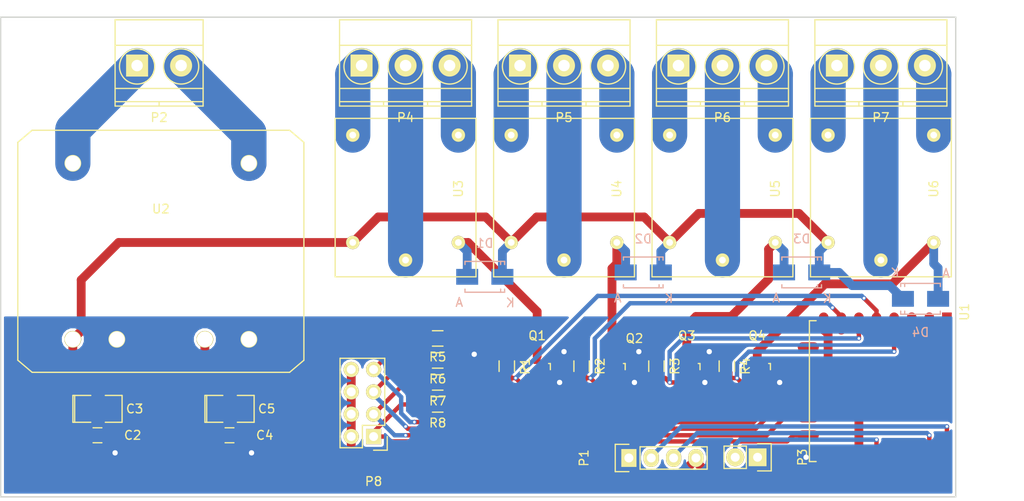
<source format=kicad_pcb>
(kicad_pcb (version 4) (host pcbnew 4.0.2+dfsg1-stable)

  (general
    (links 82)
    (no_connects 0)
    (area 101.924999 59.275 218.475001 116.609333)
    (thickness 1.6)
    (drawings 4)
    (tracks 255)
    (zones 0)
    (modules 34)
    (nets 33)
  )

  (page A4)
  (layers
    (0 F.Cu signal)
    (31 B.Cu signal)
    (32 B.Adhes user)
    (33 F.Adhes user)
    (34 B.Paste user)
    (35 F.Paste user)
    (36 B.SilkS user)
    (37 F.SilkS user)
    (38 B.Mask user)
    (39 F.Mask user)
    (40 Dwgs.User user)
    (41 Cmts.User user)
    (42 Eco1.User user)
    (43 Eco2.User user)
    (44 Edge.Cuts user)
    (45 Margin user)
    (46 B.CrtYd user)
    (47 F.CrtYd user)
    (48 B.Fab user)
    (49 F.Fab user)
  )

  (setup
    (last_trace_width 1)
    (user_trace_width 0.8)
    (user_trace_width 1)
    (user_trace_width 2)
    (user_trace_width 3)
    (user_trace_width 4)
    (trace_clearance 0.2)
    (zone_clearance 0.3)
    (zone_45_only no)
    (trace_min 0.2)
    (segment_width 0.2)
    (edge_width 0.15)
    (via_size 1)
    (via_drill 0.6)
    (via_min_size 0.4)
    (via_min_drill 0.3)
    (uvia_size 0.3)
    (uvia_drill 0.1)
    (uvias_allowed no)
    (uvia_min_size 0.2)
    (uvia_min_drill 0.1)
    (pcb_text_width 0.3)
    (pcb_text_size 1.5 1.5)
    (mod_edge_width 0.15)
    (mod_text_size 1 1)
    (mod_text_width 0.15)
    (pad_size 1.524 1.524)
    (pad_drill 0.762)
    (pad_to_mask_clearance 0.2)
    (aux_axis_origin 0 0)
    (visible_elements FFFFFF7F)
    (pcbplotparams
      (layerselection 0x00030_80000001)
      (usegerberextensions false)
      (excludeedgelayer true)
      (linewidth 0.100000)
      (plotframeref false)
      (viasonmask false)
      (mode 1)
      (useauxorigin false)
      (hpglpennumber 1)
      (hpglpenspeed 20)
      (hpglpendiameter 15)
      (hpglpenoverlay 2)
      (psnegative false)
      (psa4output false)
      (plotreference true)
      (plotvalue true)
      (plotinvisibletext false)
      (padsonsilk false)
      (subtractmaskfromsilk false)
      (outputformat 1)
      (mirror false)
      (drillshape 1)
      (scaleselection 1)
      (outputdirectory ""))
  )

  (net 0 "")
  (net 1 GND)
  (net 2 "Net-(P1-Pad2)")
  (net 3 "Net-(P1-Pad3)")
  (net 4 +3V3)
  (net 5 +5V)
  (net 6 PRG)
  (net 7 "Net-(P2-Pad1)")
  (net 8 "Net-(P2-Pad2)")
  (net 9 "Net-(P4-Pad1)")
  (net 10 "Net-(P4-Pad2)")
  (net 11 "Net-(P4-Pad3)")
  (net 12 "Net-(P5-Pad1)")
  (net 13 "Net-(P5-Pad2)")
  (net 14 "Net-(P5-Pad3)")
  (net 15 "Net-(P6-Pad1)")
  (net 16 "Net-(P6-Pad2)")
  (net 17 "Net-(P6-Pad3)")
  (net 18 "Net-(P7-Pad1)")
  (net 19 "Net-(P7-Pad2)")
  (net 20 "Net-(P7-Pad3)")
  (net 21 R1_CONT)
  (net 22 R3_CONT)
  (net 23 R2_CONT)
  (net 24 R4_CONT)
  (net 25 B_4)
  (net 26 B_3)
  (net 27 B_2)
  (net 28 B_1)
  (net 29 "Net-(D1-Pad2)")
  (net 30 "Net-(D2-Pad2)")
  (net 31 "Net-(D3-Pad2)")
  (net 32 "Net-(D4-Pad2)")

  (net_class Default "This is the default net class."
    (clearance 0.2)
    (trace_width 1)
    (via_dia 1)
    (via_drill 0.6)
    (uvia_dia 0.3)
    (uvia_drill 0.1)
    (add_net +3V3)
    (add_net +5V)
    (add_net GND)
    (add_net "Net-(D1-Pad2)")
    (add_net "Net-(D2-Pad2)")
    (add_net "Net-(D3-Pad2)")
    (add_net "Net-(D4-Pad2)")
    (add_net "Net-(P2-Pad1)")
    (add_net "Net-(P2-Pad2)")
    (add_net "Net-(P4-Pad1)")
    (add_net "Net-(P4-Pad2)")
    (add_net "Net-(P4-Pad3)")
    (add_net "Net-(P5-Pad1)")
    (add_net "Net-(P5-Pad2)")
    (add_net "Net-(P5-Pad3)")
    (add_net "Net-(P6-Pad1)")
    (add_net "Net-(P6-Pad2)")
    (add_net "Net-(P6-Pad3)")
    (add_net "Net-(P7-Pad1)")
    (add_net "Net-(P7-Pad2)")
    (add_net "Net-(P7-Pad3)")
  )

  (net_class digital_pin ""
    (clearance 0.2)
    (trace_width 0.5)
    (via_dia 0.5)
    (via_drill 0.3)
    (uvia_dia 0.3)
    (uvia_drill 0.1)
    (add_net B_1)
    (add_net B_2)
    (add_net B_3)
    (add_net B_4)
    (add_net "Net-(P1-Pad2)")
    (add_net "Net-(P1-Pad3)")
    (add_net PRG)
    (add_net R1_CONT)
    (add_net R2_CONT)
    (add_net R3_CONT)
    (add_net R4_CONT)
  )

  (module MyLibs:ESP-12E-nohole (layer F.Cu) (tedit 583111DA) (tstamp 583113C2)
    (at 209.5 97 270)
    (descr "Module, ESP-8266, ESP-12, 16 pad, SMD")
    (tags "Module ESP-8266 ESP8266")
    (path /58234C87)
    (fp_text reference U1 (at -2 -2 270) (layer F.SilkS)
      (effects (font (size 1 1) (thickness 0.15)))
    )
    (fp_text value ESP-12E (at 8 1 270) (layer F.Fab)
      (effects (font (size 1 1) (thickness 0.15)))
    )
    (fp_line (start -2.25 -0.5) (end -2.25 -8.75) (layer F.CrtYd) (width 0.05))
    (fp_line (start -2.25 -8.75) (end 15.25 -8.75) (layer F.CrtYd) (width 0.05))
    (fp_line (start 15.25 -8.75) (end 16.25 -8.75) (layer F.CrtYd) (width 0.05))
    (fp_line (start 16.25 -8.75) (end 16.25 16) (layer F.CrtYd) (width 0.05))
    (fp_line (start 16.25 16) (end -2.25 16) (layer F.CrtYd) (width 0.05))
    (fp_line (start -2.25 16) (end -2.25 -0.5) (layer F.CrtYd) (width 0.05))
    (fp_line (start -1.016 -8.382) (end 14.986 -8.382) (layer F.CrtYd) (width 0.1524))
    (fp_line (start 14.986 -8.382) (end 14.986 -0.889) (layer F.CrtYd) (width 0.1524))
    (fp_line (start -1.016 -8.382) (end -1.016 -1.016) (layer F.CrtYd) (width 0.1524))
    (fp_line (start -1.016 14.859) (end -1.016 15.621) (layer F.SilkS) (width 0.1524))
    (fp_line (start -1.016 15.621) (end 14.986 15.621) (layer F.SilkS) (width 0.1524))
    (fp_line (start 14.986 15.621) (end 14.986 14.859) (layer F.SilkS) (width 0.1524))
    (fp_line (start 14.992 -8.4) (end -1.008 -2.6) (layer F.CrtYd) (width 0.1524))
    (fp_line (start -1.008 -8.4) (end 14.992 -2.6) (layer F.CrtYd) (width 0.1524))
    (fp_text user "No Copper" (at 6.892 -5.4 270) (layer F.CrtYd)
      (effects (font (size 1 1) (thickness 0.15)))
    )
    (fp_line (start -1.008 -2.6) (end 14.992 -2.6) (layer F.CrtYd) (width 0.1524))
    (fp_line (start 15 -8.4) (end 15 15.6) (layer F.Fab) (width 0.05))
    (fp_line (start 14.992 15.6) (end -1.008 15.6) (layer F.Fab) (width 0.05))
    (fp_line (start -1.008 15.6) (end -1.008 -8.4) (layer F.Fab) (width 0.05))
    (fp_line (start -1.008 -8.4) (end 14.992 -8.4) (layer F.Fab) (width 0.05))
    (pad 1 smd rect (at 0 0 270) (size 2.5 1.1) (drill (offset -0.7 0)) (layers F.Cu F.Paste F.Mask))
    (pad 2 smd oval (at 0 2 270) (size 2.5 1.1) (drill (offset -0.7 0)) (layers F.Cu F.Paste F.Mask))
    (pad 3 smd oval (at 0 4 270) (size 2.5 1.1) (drill (offset -0.7 0)) (layers F.Cu F.Paste F.Mask)
      (net 4 +3V3))
    (pad 4 smd oval (at 0 6 270) (size 2.5 1.1) (drill (offset -0.7 0)) (layers F.Cu F.Paste F.Mask)
      (net 24 R4_CONT))
    (pad 5 smd oval (at 0 8 270) (size 2.5 1.1) (drill (offset -0.7 0)) (layers F.Cu F.Paste F.Mask)
      (net 22 R3_CONT))
    (pad 6 smd oval (at 0 10 270) (size 2.5 1.1) (drill (offset -0.7 0)) (layers F.Cu F.Paste F.Mask)
      (net 23 R2_CONT))
    (pad 7 smd oval (at 0 12 270) (size 2.5 1.1) (drill (offset -0.7 0)) (layers F.Cu F.Paste F.Mask)
      (net 21 R1_CONT))
    (pad 8 smd oval (at 0 14 270) (size 2.5 1.1) (drill (offset -0.7 0)) (layers F.Cu F.Paste F.Mask)
      (net 4 +3V3))
    (pad 9 smd oval (at 1.99 15.75) (size 2.4 1.1) (layers F.Cu F.Paste F.Mask))
    (pad 10 smd oval (at 3.99 15.75) (size 2.4 1.1) (layers F.Cu F.Paste F.Mask))
    (pad 11 smd oval (at 5.99 15.75) (size 2.4 1.1) (layers F.Cu F.Paste F.Mask)
      (net 25 B_4))
    (pad 12 smd oval (at 7.99 15.75) (size 2.4 1.1) (layers F.Cu F.Paste F.Mask)
      (net 26 B_3))
    (pad 13 smd oval (at 9.99 15.75) (size 2.4 1.1) (layers F.Cu F.Paste F.Mask)
      (net 27 B_2))
    (pad 14 smd oval (at 11.99 15.75) (size 2.4 1.1) (layers F.Cu F.Paste F.Mask)
      (net 28 B_1))
    (pad 15 smd oval (at 14 14 270) (size 2.5 1.1) (drill (offset 0.7 0)) (layers F.Cu F.Paste F.Mask)
      (net 1 GND))
    (pad 16 smd oval (at 14 12 270) (size 2.5 1.1) (drill (offset 0.6 0)) (layers F.Cu F.Paste F.Mask)
      (net 1 GND))
    (pad 17 smd oval (at 14 10 270) (size 2.5 1.1) (drill (offset 0.7 0)) (layers F.Cu F.Paste F.Mask)
      (net 4 +3V3))
    (pad 18 smd oval (at 14 8 270) (size 2.5 1.1) (drill (offset 0.7 0)) (layers F.Cu F.Paste F.Mask)
      (net 6 PRG))
    (pad 19 smd oval (at 14 6 270) (size 2.5 1.1) (drill (offset 0.7 0)) (layers F.Cu F.Paste F.Mask))
    (pad 20 smd oval (at 14 4 270) (size 2.5 1.1) (drill (offset 0.7 0)) (layers F.Cu F.Paste F.Mask))
    (pad 21 smd oval (at 14 2 270) (size 2.5 1.1) (drill (offset 0.7 0)) (layers F.Cu F.Paste F.Mask)
      (net 3 "Net-(P1-Pad3)"))
    (pad 22 smd oval (at 14 0 270) (size 2.5 1.1) (drill (offset 0.7 0)) (layers F.Cu F.Paste F.Mask)
      (net 2 "Net-(P1-Pad2)"))
    (model ${ESPLIB}/ESP8266.3dshapes/ESP-12.wrl
      (at (xyz 0.04 0 0))
      (scale (xyz 0.3937 0.3937 0.3937))
      (rotate (xyz 0 0 0))
    )
  )

  (module Capacitors_SMD:C_0805_HandSoldering (layer F.Cu) (tedit 541A9B8D) (tstamp 5830802E)
    (at 113 109)
    (descr "Capacitor SMD 0805, hand soldering")
    (tags "capacitor 0805")
    (path /58236982)
    (attr smd)
    (fp_text reference C2 (at 4 0) (layer F.SilkS)
      (effects (font (size 1 1) (thickness 0.15)))
    )
    (fp_text value 0.1uf (at 0 2.1) (layer F.Fab)
      (effects (font (size 1 1) (thickness 0.15)))
    )
    (fp_line (start -2.3 -1) (end 2.3 -1) (layer F.CrtYd) (width 0.05))
    (fp_line (start -2.3 1) (end 2.3 1) (layer F.CrtYd) (width 0.05))
    (fp_line (start -2.3 -1) (end -2.3 1) (layer F.CrtYd) (width 0.05))
    (fp_line (start 2.3 -1) (end 2.3 1) (layer F.CrtYd) (width 0.05))
    (fp_line (start 0.5 -0.85) (end -0.5 -0.85) (layer F.SilkS) (width 0.15))
    (fp_line (start -0.5 0.85) (end 0.5 0.85) (layer F.SilkS) (width 0.15))
    (pad 1 smd rect (at -1.25 0) (size 1.5 1.25) (layers F.Cu F.Paste F.Mask)
      (net 5 +5V))
    (pad 2 smd rect (at 1.25 0) (size 1.5 1.25) (layers F.Cu F.Paste F.Mask)
      (net 1 GND))
    (model Capacitors_SMD.3dshapes/C_0805_HandSoldering.wrl
      (at (xyz 0 0 0))
      (scale (xyz 1 1 1))
      (rotate (xyz 0 0 0))
    )
  )

  (module SMD_Packages:SMD-1210_Pol (layer F.Cu) (tedit 0) (tstamp 58308034)
    (at 113 106)
    (tags "CMS SM")
    (path /58236983)
    (attr smd)
    (fp_text reference C3 (at 4.222 0) (layer F.SilkS)
      (effects (font (size 1 1) (thickness 0.15)))
    )
    (fp_text value 2.2uf (at 5.222 2) (layer F.Fab)
      (effects (font (size 1 1) (thickness 0.15)))
    )
    (fp_line (start -2.794 -1.524) (end -2.794 1.524) (layer F.SilkS) (width 0.15))
    (fp_line (start 0.889 1.524) (end 2.794 1.524) (layer F.SilkS) (width 0.15))
    (fp_line (start 2.794 1.524) (end 2.794 -1.524) (layer F.SilkS) (width 0.15))
    (fp_line (start 2.794 -1.524) (end 0.889 -1.524) (layer F.SilkS) (width 0.15))
    (fp_line (start -0.762 -1.524) (end -2.794 -1.524) (layer F.SilkS) (width 0.15))
    (fp_line (start -2.594 -1.524) (end -2.594 1.524) (layer F.SilkS) (width 0.15))
    (fp_line (start -2.794 1.524) (end -0.762 1.524) (layer F.SilkS) (width 0.15))
    (pad 1 smd rect (at -1.778 0) (size 1.778 2.794) (layers F.Cu F.Paste F.Mask)
      (net 5 +5V))
    (pad 2 smd rect (at 1.778 0) (size 1.778 2.794) (layers F.Cu F.Paste F.Mask)
      (net 1 GND))
    (model SMD_Packages.3dshapes/SMD-1210_Pol.wrl
      (at (xyz 0 0 0))
      (scale (xyz 0.2 0.2 0.2))
      (rotate (xyz 0 0 0))
    )
  )

  (module Capacitors_SMD:C_0805_HandSoldering (layer F.Cu) (tedit 541A9B8D) (tstamp 5830803A)
    (at 128 109)
    (descr "Capacitor SMD 0805, hand soldering")
    (tags "capacitor 0805")
    (path /58236985)
    (attr smd)
    (fp_text reference C4 (at 4 0) (layer F.SilkS)
      (effects (font (size 1 1) (thickness 0.15)))
    )
    (fp_text value 0.1uf (at 0 2.1) (layer F.Fab)
      (effects (font (size 1 1) (thickness 0.15)))
    )
    (fp_line (start -2.3 -1) (end 2.3 -1) (layer F.CrtYd) (width 0.05))
    (fp_line (start -2.3 1) (end 2.3 1) (layer F.CrtYd) (width 0.05))
    (fp_line (start -2.3 -1) (end -2.3 1) (layer F.CrtYd) (width 0.05))
    (fp_line (start 2.3 -1) (end 2.3 1) (layer F.CrtYd) (width 0.05))
    (fp_line (start 0.5 -0.85) (end -0.5 -0.85) (layer F.SilkS) (width 0.15))
    (fp_line (start -0.5 0.85) (end 0.5 0.85) (layer F.SilkS) (width 0.15))
    (pad 1 smd rect (at -1.25 0) (size 1.5 1.25) (layers F.Cu F.Paste F.Mask)
      (net 4 +3V3))
    (pad 2 smd rect (at 1.25 0) (size 1.5 1.25) (layers F.Cu F.Paste F.Mask)
      (net 1 GND))
    (model Capacitors_SMD.3dshapes/C_0805_HandSoldering.wrl
      (at (xyz 0 0 0))
      (scale (xyz 1 1 1))
      (rotate (xyz 0 0 0))
    )
  )

  (module SMD_Packages:SMD-1210_Pol (layer F.Cu) (tedit 0) (tstamp 58308040)
    (at 128 106)
    (tags "CMS SM")
    (path /58236986)
    (attr smd)
    (fp_text reference C5 (at 4.222 0) (layer F.SilkS)
      (effects (font (size 1 1) (thickness 0.15)))
    )
    (fp_text value 2.2uf (at 7.222 0) (layer F.Fab)
      (effects (font (size 1 1) (thickness 0.15)))
    )
    (fp_line (start -2.794 -1.524) (end -2.794 1.524) (layer F.SilkS) (width 0.15))
    (fp_line (start 0.889 1.524) (end 2.794 1.524) (layer F.SilkS) (width 0.15))
    (fp_line (start 2.794 1.524) (end 2.794 -1.524) (layer F.SilkS) (width 0.15))
    (fp_line (start 2.794 -1.524) (end 0.889 -1.524) (layer F.SilkS) (width 0.15))
    (fp_line (start -0.762 -1.524) (end -2.794 -1.524) (layer F.SilkS) (width 0.15))
    (fp_line (start -2.594 -1.524) (end -2.594 1.524) (layer F.SilkS) (width 0.15))
    (fp_line (start -2.794 1.524) (end -0.762 1.524) (layer F.SilkS) (width 0.15))
    (pad 1 smd rect (at -1.778 0) (size 1.778 2.794) (layers F.Cu F.Paste F.Mask)
      (net 4 +3V3))
    (pad 2 smd rect (at 1.778 0) (size 1.778 2.794) (layers F.Cu F.Paste F.Mask)
      (net 1 GND))
    (model SMD_Packages.3dshapes/SMD-1210_Pol.wrl
      (at (xyz 0 0 0))
      (scale (xyz 0.2 0.2 0.2))
      (rotate (xyz 0 0 0))
    )
  )

  (module Pin_Headers:Pin_Header_Straight_1x04 (layer F.Cu) (tedit 0) (tstamp 58308048)
    (at 173.37 111.581 90)
    (descr "Through hole pin header")
    (tags "pin header")
    (path /58234CDA)
    (fp_text reference P1 (at 0 -5.1 90) (layer F.SilkS)
      (effects (font (size 1 1) (thickness 0.15)))
    )
    (fp_text value CONN_UART (at 0 -3.1 90) (layer F.Fab)
      (effects (font (size 1 1) (thickness 0.15)))
    )
    (fp_line (start -1.75 -1.75) (end -1.75 9.4) (layer F.CrtYd) (width 0.05))
    (fp_line (start 1.75 -1.75) (end 1.75 9.4) (layer F.CrtYd) (width 0.05))
    (fp_line (start -1.75 -1.75) (end 1.75 -1.75) (layer F.CrtYd) (width 0.05))
    (fp_line (start -1.75 9.4) (end 1.75 9.4) (layer F.CrtYd) (width 0.05))
    (fp_line (start -1.27 1.27) (end -1.27 8.89) (layer F.SilkS) (width 0.15))
    (fp_line (start 1.27 1.27) (end 1.27 8.89) (layer F.SilkS) (width 0.15))
    (fp_line (start 1.55 -1.55) (end 1.55 0) (layer F.SilkS) (width 0.15))
    (fp_line (start -1.27 8.89) (end 1.27 8.89) (layer F.SilkS) (width 0.15))
    (fp_line (start 1.27 1.27) (end -1.27 1.27) (layer F.SilkS) (width 0.15))
    (fp_line (start -1.55 0) (end -1.55 -1.55) (layer F.SilkS) (width 0.15))
    (fp_line (start -1.55 -1.55) (end 1.55 -1.55) (layer F.SilkS) (width 0.15))
    (pad 1 thru_hole rect (at 0 0 90) (size 2.032 1.7272) (drill 1.016) (layers *.Cu *.Mask F.SilkS)
      (net 1 GND))
    (pad 2 thru_hole oval (at 0 2.54 90) (size 2.032 1.7272) (drill 1.016) (layers *.Cu *.Mask F.SilkS)
      (net 2 "Net-(P1-Pad2)"))
    (pad 3 thru_hole oval (at 0 5.08 90) (size 2.032 1.7272) (drill 1.016) (layers *.Cu *.Mask F.SilkS)
      (net 3 "Net-(P1-Pad3)"))
    (pad 4 thru_hole oval (at 0 7.62 90) (size 2.032 1.7272) (drill 1.016) (layers *.Cu *.Mask F.SilkS)
      (net 4 +3V3))
    (model Pin_Headers.3dshapes/Pin_Header_Straight_1x04.wrl
      (at (xyz 0 -0.15 0))
      (scale (xyz 1 1 1))
      (rotate (xyz 0 0 90))
    )
  )

  (module Pin_Headers:Pin_Header_Straight_1x02 (layer F.Cu) (tedit 54EA090C) (tstamp 58308054)
    (at 187.99 111.501 270)
    (descr "Through hole pin header")
    (tags "pin header")
    (path /58235E04)
    (fp_text reference P3 (at 0 -5.1 270) (layer F.SilkS)
      (effects (font (size 1 1) (thickness 0.15)))
    )
    (fp_text value CONN_01X02 (at 0 -3.1 270) (layer F.Fab)
      (effects (font (size 1 1) (thickness 0.15)))
    )
    (fp_line (start 1.27 1.27) (end 1.27 3.81) (layer F.SilkS) (width 0.15))
    (fp_line (start 1.55 -1.55) (end 1.55 0) (layer F.SilkS) (width 0.15))
    (fp_line (start -1.75 -1.75) (end -1.75 4.3) (layer F.CrtYd) (width 0.05))
    (fp_line (start 1.75 -1.75) (end 1.75 4.3) (layer F.CrtYd) (width 0.05))
    (fp_line (start -1.75 -1.75) (end 1.75 -1.75) (layer F.CrtYd) (width 0.05))
    (fp_line (start -1.75 4.3) (end 1.75 4.3) (layer F.CrtYd) (width 0.05))
    (fp_line (start 1.27 1.27) (end -1.27 1.27) (layer F.SilkS) (width 0.15))
    (fp_line (start -1.55 0) (end -1.55 -1.55) (layer F.SilkS) (width 0.15))
    (fp_line (start -1.55 -1.55) (end 1.55 -1.55) (layer F.SilkS) (width 0.15))
    (fp_line (start -1.27 1.27) (end -1.27 3.81) (layer F.SilkS) (width 0.15))
    (fp_line (start -1.27 3.81) (end 1.27 3.81) (layer F.SilkS) (width 0.15))
    (pad 1 thru_hole rect (at 0 0 270) (size 2.032 2.032) (drill 1.016) (layers *.Cu *.Mask F.SilkS)
      (net 1 GND))
    (pad 2 thru_hole oval (at 0 2.54 270) (size 2.032 2.032) (drill 1.016) (layers *.Cu *.Mask F.SilkS)
      (net 6 PRG))
    (model Pin_Headers.3dshapes/Pin_Header_Straight_1x02.wrl
      (at (xyz 0 -0.05 0))
      (scale (xyz 1 1 1))
      (rotate (xyz 0 0 90))
    )
  )

  (module Resistors_SMD:R_0805_HandSoldering (layer F.Cu) (tedit 54189DEE) (tstamp 58308092)
    (at 159.5 101.15 270)
    (descr "Resistor SMD 0805, hand soldering")
    (tags "resistor 0805")
    (path /5830978B)
    (attr smd)
    (fp_text reference R1 (at 0 -2.1 270) (layer F.SilkS)
      (effects (font (size 1 1) (thickness 0.15)))
    )
    (fp_text value 10k (at 0 2.1 270) (layer F.Fab)
      (effects (font (size 1 1) (thickness 0.15)))
    )
    (fp_line (start -2.4 -1) (end 2.4 -1) (layer F.CrtYd) (width 0.05))
    (fp_line (start -2.4 1) (end 2.4 1) (layer F.CrtYd) (width 0.05))
    (fp_line (start -2.4 -1) (end -2.4 1) (layer F.CrtYd) (width 0.05))
    (fp_line (start 2.4 -1) (end 2.4 1) (layer F.CrtYd) (width 0.05))
    (fp_line (start 0.6 0.875) (end -0.6 0.875) (layer F.SilkS) (width 0.15))
    (fp_line (start -0.6 -0.875) (end 0.6 -0.875) (layer F.SilkS) (width 0.15))
    (pad 1 smd rect (at -1.35 0 270) (size 1.5 1.3) (layers F.Cu F.Paste F.Mask)
      (net 1 GND))
    (pad 2 smd rect (at 1.35 0 270) (size 1.5 1.3) (layers F.Cu F.Paste F.Mask)
      (net 22 R3_CONT))
    (model Resistors_SMD.3dshapes/R_0805_HandSoldering.wrl
      (at (xyz 0 0 0))
      (scale (xyz 1 1 1))
      (rotate (xyz 0 0 0))
    )
  )

  (module Resistors_SMD:R_0805_HandSoldering (layer F.Cu) (tedit 54189DEE) (tstamp 58308098)
    (at 168 101.15 270)
    (descr "Resistor SMD 0805, hand soldering")
    (tags "resistor 0805")
    (path /58308D1C)
    (attr smd)
    (fp_text reference R2 (at 0 -2.1 270) (layer F.SilkS)
      (effects (font (size 1 1) (thickness 0.15)))
    )
    (fp_text value 10k (at 0 2.1 270) (layer F.Fab)
      (effects (font (size 1 1) (thickness 0.15)))
    )
    (fp_line (start -2.4 -1) (end 2.4 -1) (layer F.CrtYd) (width 0.05))
    (fp_line (start -2.4 1) (end 2.4 1) (layer F.CrtYd) (width 0.05))
    (fp_line (start -2.4 -1) (end -2.4 1) (layer F.CrtYd) (width 0.05))
    (fp_line (start 2.4 -1) (end 2.4 1) (layer F.CrtYd) (width 0.05))
    (fp_line (start 0.6 0.875) (end -0.6 0.875) (layer F.SilkS) (width 0.15))
    (fp_line (start -0.6 -0.875) (end 0.6 -0.875) (layer F.SilkS) (width 0.15))
    (pad 1 smd rect (at -1.35 0 270) (size 1.5 1.3) (layers F.Cu F.Paste F.Mask)
      (net 1 GND))
    (pad 2 smd rect (at 1.35 0 270) (size 1.5 1.3) (layers F.Cu F.Paste F.Mask)
      (net 21 R1_CONT))
    (model Resistors_SMD.3dshapes/R_0805_HandSoldering.wrl
      (at (xyz 0 0 0))
      (scale (xyz 1 1 1))
      (rotate (xyz 0 0 0))
    )
  )

  (module Resistors_SMD:R_0805_HandSoldering (layer F.Cu) (tedit 54189DEE) (tstamp 5830809E)
    (at 176.5 101.15 270)
    (descr "Resistor SMD 0805, hand soldering")
    (tags "resistor 0805")
    (path /583091C4)
    (attr smd)
    (fp_text reference R3 (at 0 -2.1 270) (layer F.SilkS)
      (effects (font (size 1 1) (thickness 0.15)))
    )
    (fp_text value 10k (at 0 2.1 270) (layer F.Fab)
      (effects (font (size 1 1) (thickness 0.15)))
    )
    (fp_line (start -2.4 -1) (end 2.4 -1) (layer F.CrtYd) (width 0.05))
    (fp_line (start -2.4 1) (end 2.4 1) (layer F.CrtYd) (width 0.05))
    (fp_line (start -2.4 -1) (end -2.4 1) (layer F.CrtYd) (width 0.05))
    (fp_line (start 2.4 -1) (end 2.4 1) (layer F.CrtYd) (width 0.05))
    (fp_line (start 0.6 0.875) (end -0.6 0.875) (layer F.SilkS) (width 0.15))
    (fp_line (start -0.6 -0.875) (end 0.6 -0.875) (layer F.SilkS) (width 0.15))
    (pad 1 smd rect (at -1.35 0 270) (size 1.5 1.3) (layers F.Cu F.Paste F.Mask)
      (net 1 GND))
    (pad 2 smd rect (at 1.35 0 270) (size 1.5 1.3) (layers F.Cu F.Paste F.Mask)
      (net 23 R2_CONT))
    (model Resistors_SMD.3dshapes/R_0805_HandSoldering.wrl
      (at (xyz 0 0 0))
      (scale (xyz 1 1 1))
      (rotate (xyz 0 0 0))
    )
  )

  (module Resistors_SMD:R_0805_HandSoldering (layer F.Cu) (tedit 54189DEE) (tstamp 583080A4)
    (at 184.5 101.15 270)
    (descr "Resistor SMD 0805, hand soldering")
    (tags "resistor 0805")
    (path /58309901)
    (attr smd)
    (fp_text reference R4 (at 0 -2.1 270) (layer F.SilkS)
      (effects (font (size 1 1) (thickness 0.15)))
    )
    (fp_text value 10k (at 0 2.1 270) (layer F.Fab)
      (effects (font (size 1 1) (thickness 0.15)))
    )
    (fp_line (start -2.4 -1) (end 2.4 -1) (layer F.CrtYd) (width 0.05))
    (fp_line (start -2.4 1) (end 2.4 1) (layer F.CrtYd) (width 0.05))
    (fp_line (start -2.4 -1) (end -2.4 1) (layer F.CrtYd) (width 0.05))
    (fp_line (start 2.4 -1) (end 2.4 1) (layer F.CrtYd) (width 0.05))
    (fp_line (start 0.6 0.875) (end -0.6 0.875) (layer F.SilkS) (width 0.15))
    (fp_line (start -0.6 -0.875) (end 0.6 -0.875) (layer F.SilkS) (width 0.15))
    (pad 1 smd rect (at -1.35 0 270) (size 1.5 1.3) (layers F.Cu F.Paste F.Mask)
      (net 1 GND))
    (pad 2 smd rect (at 1.35 0 270) (size 1.5 1.3) (layers F.Cu F.Paste F.Mask)
      (net 24 R4_CONT))
    (model Resistors_SMD.3dshapes/R_0805_HandSoldering.wrl
      (at (xyz 0 0 0))
      (scale (xyz 1 1 1))
      (rotate (xyz 0 0 0))
    )
  )

  (module MyKiCadLibs:VTX-214-005 (layer F.Cu) (tedit 582FD17F) (tstamp 583080C8)
    (at 120.2 88.1 180)
    (path /582FD3BF)
    (fp_text reference U2 (at 0 4.8125 180) (layer F.SilkS)
      (effects (font (size 1 1) (thickness 0.15)))
    )
    (fp_text value VTX-214-005 (at 0 -2.75 180) (layer F.Fab)
      (effects (font (size 1 1) (thickness 0.15)))
    )
    (fp_line (start -17.0625 12.375) (end -14.625 14.4375) (layer F.Fab) (width 0.15))
    (fp_line (start -17.0625 -12.375) (end -17.0625 12.375) (layer F.Fab) (width 0.15))
    (fp_line (start -14.625 -14.4375) (end -17.0625 -12.375) (layer F.Fab) (width 0.15))
    (fp_line (start 14.625 -14.4375) (end -14.625 -14.4375) (layer F.Fab) (width 0.15))
    (fp_line (start 17.0625 -12.375) (end 14.625 -14.4375) (layer F.Fab) (width 0.15))
    (fp_line (start 17.0625 12.375) (end 17.0625 -12.375) (layer F.Fab) (width 0.15))
    (fp_line (start 14.625 14.4375) (end 17.0625 12.375) (layer F.Fab) (width 0.15))
    (fp_line (start -14.625 14.4375) (end 14.625 14.4375) (layer F.Fab) (width 0.15))
    (fp_line (start 14.625 13.75) (end 16.25 12.375) (layer F.SilkS) (width 0.15))
    (fp_line (start -14.625 13.75) (end 14.625 13.75) (layer F.SilkS) (width 0.15))
    (fp_line (start -16.25 12.375) (end -14.625 13.75) (layer F.SilkS) (width 0.15))
    (fp_line (start -16.25 -12.375) (end -16.25 12.375) (layer F.SilkS) (width 0.15))
    (fp_line (start -14.625 -13.75) (end -16.25 -12.375) (layer F.SilkS) (width 0.15))
    (fp_line (start 14.625 -13.75) (end -14.625 -13.75) (layer F.SilkS) (width 0.15))
    (fp_line (start 16.25 -12.375) (end 14.625 -13.75) (layer F.SilkS) (width 0.15))
    (fp_line (start 16.25 12.375) (end 16.25 -12.375) (layer F.SilkS) (width 0.15))
    (pad 1 thru_hole circle (at 10 10 180) (size 1.9 1.9) (drill 1.75) (layers *.Cu *.Mask F.SilkS)
      (net 7 "Net-(P2-Pad1)"))
    (pad 2 thru_hole circle (at -10 10 180) (size 1.9 1.9) (drill 1.75) (layers *.Cu *.Mask F.SilkS)
      (net 8 "Net-(P2-Pad2)"))
    (pad 3 thru_hole circle (at -10 -10 180) (size 1.9 1.9) (drill 1.75) (layers *.Cu *.Mask F.SilkS)
      (net 1 GND))
    (pad 4 thru_hole circle (at -5 -10 180) (size 1.9 1.9) (drill 1.75) (layers *.Cu *.Mask F.SilkS)
      (net 4 +3V3))
    (pad 5 thru_hole circle (at 5 -10 180) (size 1.9 1.9) (drill 1.75) (layers *.Cu *.Mask F.SilkS)
      (net 1 GND))
    (pad 6 thru_hole circle (at 10 -10 180) (size 1.9 1.9) (drill 1.75) (layers *.Cu *.Mask F.SilkS)
      (net 5 +5V))
  )

  (module MyKiCadLibs:SONGLE_RELAY (layer F.Cu) (tedit 58307AA7) (tstamp 583080D1)
    (at 148 81 90)
    (path /5830976C)
    (fp_text reference U3 (at 0 6 90) (layer F.SilkS)
      (effects (font (size 1 1) (thickness 0.15)))
    )
    (fp_text value RELAY (at 0 -3 90) (layer F.Fab)
      (effects (font (size 1 1) (thickness 0.15)))
    )
    (fp_line (start 8 -8) (end -10 -8) (layer F.SilkS) (width 0.15))
    (fp_line (start 8 8) (end 8 -8) (layer F.SilkS) (width 0.15))
    (fp_line (start -10 8) (end 8 8) (layer F.SilkS) (width 0.15))
    (fp_line (start -10 -8) (end -10 8) (layer F.SilkS) (width 0.15))
    (pad 3 thru_hole circle (at 6.1 6 90) (size 1.524 1.524) (drill 0.762) (layers *.Cu *.Mask F.SilkS)
      (net 11 "Net-(P4-Pad3)"))
    (pad 2 thru_hole circle (at 6.1 -6 90) (size 1.524 1.524) (drill 0.762) (layers *.Cu *.Mask F.SilkS)
      (net 9 "Net-(P4-Pad1)"))
    (pad 1 thru_hole circle (at -6.1 -6 90) (size 1.524 1.524) (drill 0.762) (layers *.Cu *.Mask F.SilkS)
      (net 5 +5V))
    (pad 4 thru_hole circle (at -6.1 6 90) (size 1.524 1.524) (drill 0.762) (layers *.Cu *.Mask F.SilkS)
      (net 29 "Net-(D1-Pad2)"))
    (pad 5 thru_hole circle (at -8.1 0 90) (size 1.524 1.524) (drill 0.762) (layers *.Cu *.Mask F.SilkS)
      (net 10 "Net-(P4-Pad2)"))
  )

  (module MyKiCadLibs:SONGLE_RELAY (layer F.Cu) (tedit 58307AA7) (tstamp 583080DA)
    (at 166 81 90)
    (path /58307CDC)
    (fp_text reference U4 (at 0 6 90) (layer F.SilkS)
      (effects (font (size 1 1) (thickness 0.15)))
    )
    (fp_text value RELAY (at 0 -3 90) (layer F.Fab)
      (effects (font (size 1 1) (thickness 0.15)))
    )
    (fp_line (start 8 -8) (end -10 -8) (layer F.SilkS) (width 0.15))
    (fp_line (start 8 8) (end 8 -8) (layer F.SilkS) (width 0.15))
    (fp_line (start -10 8) (end 8 8) (layer F.SilkS) (width 0.15))
    (fp_line (start -10 -8) (end -10 8) (layer F.SilkS) (width 0.15))
    (pad 3 thru_hole circle (at 6.1 6 90) (size 1.524 1.524) (drill 0.762) (layers *.Cu *.Mask F.SilkS)
      (net 14 "Net-(P5-Pad3)"))
    (pad 2 thru_hole circle (at 6.1 -6 90) (size 1.524 1.524) (drill 0.762) (layers *.Cu *.Mask F.SilkS)
      (net 12 "Net-(P5-Pad1)"))
    (pad 1 thru_hole circle (at -6.1 -6 90) (size 1.524 1.524) (drill 0.762) (layers *.Cu *.Mask F.SilkS)
      (net 5 +5V))
    (pad 4 thru_hole circle (at -6.1 6 90) (size 1.524 1.524) (drill 0.762) (layers *.Cu *.Mask F.SilkS)
      (net 30 "Net-(D2-Pad2)"))
    (pad 5 thru_hole circle (at -8.1 0 90) (size 1.524 1.524) (drill 0.762) (layers *.Cu *.Mask F.SilkS)
      (net 13 "Net-(P5-Pad2)"))
  )

  (module MyKiCadLibs:SONGLE_RELAY (layer F.Cu) (tedit 58307AA7) (tstamp 583080E3)
    (at 184 81 90)
    (path /583091A5)
    (fp_text reference U5 (at 0 6 90) (layer F.SilkS)
      (effects (font (size 1 1) (thickness 0.15)))
    )
    (fp_text value RELAY (at 0 -3 90) (layer F.Fab)
      (effects (font (size 1 1) (thickness 0.15)))
    )
    (fp_line (start 8 -8) (end -10 -8) (layer F.SilkS) (width 0.15))
    (fp_line (start 8 8) (end 8 -8) (layer F.SilkS) (width 0.15))
    (fp_line (start -10 8) (end 8 8) (layer F.SilkS) (width 0.15))
    (fp_line (start -10 -8) (end -10 8) (layer F.SilkS) (width 0.15))
    (pad 3 thru_hole circle (at 6.1 6 90) (size 1.524 1.524) (drill 0.762) (layers *.Cu *.Mask F.SilkS)
      (net 17 "Net-(P6-Pad3)"))
    (pad 2 thru_hole circle (at 6.1 -6 90) (size 1.524 1.524) (drill 0.762) (layers *.Cu *.Mask F.SilkS)
      (net 15 "Net-(P6-Pad1)"))
    (pad 1 thru_hole circle (at -6.1 -6 90) (size 1.524 1.524) (drill 0.762) (layers *.Cu *.Mask F.SilkS)
      (net 5 +5V))
    (pad 4 thru_hole circle (at -6.1 6 90) (size 1.524 1.524) (drill 0.762) (layers *.Cu *.Mask F.SilkS)
      (net 31 "Net-(D3-Pad2)"))
    (pad 5 thru_hole circle (at -8.1 0 90) (size 1.524 1.524) (drill 0.762) (layers *.Cu *.Mask F.SilkS)
      (net 16 "Net-(P6-Pad2)"))
  )

  (module MyKiCadLibs:SONGLE_RELAY (layer F.Cu) (tedit 58307AA7) (tstamp 583080EC)
    (at 202 81 90)
    (path /583098E2)
    (fp_text reference U6 (at 0 6 90) (layer F.SilkS)
      (effects (font (size 1 1) (thickness 0.15)))
    )
    (fp_text value RELAY (at 0 -3 90) (layer F.Fab)
      (effects (font (size 1 1) (thickness 0.15)))
    )
    (fp_line (start 8 -8) (end -10 -8) (layer F.SilkS) (width 0.15))
    (fp_line (start 8 8) (end 8 -8) (layer F.SilkS) (width 0.15))
    (fp_line (start -10 8) (end 8 8) (layer F.SilkS) (width 0.15))
    (fp_line (start -10 -8) (end -10 8) (layer F.SilkS) (width 0.15))
    (pad 3 thru_hole circle (at 6.1 6 90) (size 1.524 1.524) (drill 0.762) (layers *.Cu *.Mask F.SilkS)
      (net 20 "Net-(P7-Pad3)"))
    (pad 2 thru_hole circle (at 6.1 -6 90) (size 1.524 1.524) (drill 0.762) (layers *.Cu *.Mask F.SilkS)
      (net 18 "Net-(P7-Pad1)"))
    (pad 1 thru_hole circle (at -6.1 -6 90) (size 1.524 1.524) (drill 0.762) (layers *.Cu *.Mask F.SilkS)
      (net 5 +5V))
    (pad 4 thru_hole circle (at -6.1 6 90) (size 1.524 1.524) (drill 0.762) (layers *.Cu *.Mask F.SilkS)
      (net 32 "Net-(D4-Pad2)"))
    (pad 5 thru_hole circle (at -8.1 0 90) (size 1.524 1.524) (drill 0.762) (layers *.Cu *.Mask F.SilkS)
      (net 19 "Net-(P7-Pad2)"))
  )

  (module Terminal_Blocks:TerminalBlock_Pheonix_MKDS1.5-2pol (layer F.Cu) (tedit 563007E4) (tstamp 5830821B)
    (at 117.5 67)
    (descr "2-way 5mm pitch terminal block, Phoenix MKDS series")
    (path /58308643)
    (fp_text reference P2 (at 2.5 5.9) (layer F.SilkS)
      (effects (font (size 1 1) (thickness 0.15)))
    )
    (fp_text value CONN_01X02 (at 2.5 -6.6) (layer F.Fab)
      (effects (font (size 1 1) (thickness 0.15)))
    )
    (fp_line (start -2.7 -5.4) (end 7.7 -5.4) (layer F.CrtYd) (width 0.05))
    (fp_line (start -2.7 4.8) (end -2.7 -5.4) (layer F.CrtYd) (width 0.05))
    (fp_line (start 7.7 4.8) (end -2.7 4.8) (layer F.CrtYd) (width 0.05))
    (fp_line (start 7.7 -5.4) (end 7.7 4.8) (layer F.CrtYd) (width 0.05))
    (fp_line (start 2.5 4.1) (end 2.5 4.6) (layer F.SilkS) (width 0.15))
    (fp_circle (center 5 0.1) (end 3 0.1) (layer F.SilkS) (width 0.15))
    (fp_circle (center 0 0.1) (end 2 0.1) (layer F.SilkS) (width 0.15))
    (fp_line (start -2.5 2.6) (end 7.5 2.6) (layer F.SilkS) (width 0.15))
    (fp_line (start -2.5 -2.3) (end 7.5 -2.3) (layer F.SilkS) (width 0.15))
    (fp_line (start -2.5 4.1) (end 7.5 4.1) (layer F.SilkS) (width 0.15))
    (fp_line (start -2.5 4.6) (end 7.5 4.6) (layer F.SilkS) (width 0.15))
    (fp_line (start 7.5 4.6) (end 7.5 -5.2) (layer F.SilkS) (width 0.15))
    (fp_line (start 7.5 -5.2) (end -2.5 -5.2) (layer F.SilkS) (width 0.15))
    (fp_line (start -2.5 -5.2) (end -2.5 4.6) (layer F.SilkS) (width 0.15))
    (pad 1 thru_hole rect (at 0 0) (size 2.5 2.5) (drill 1.3) (layers *.Cu *.Mask F.SilkS)
      (net 7 "Net-(P2-Pad1)"))
    (pad 2 thru_hole circle (at 5 0) (size 2.5 2.5) (drill 1.3) (layers *.Cu *.Mask F.SilkS)
      (net 8 "Net-(P2-Pad2)"))
    (model Terminal_Blocks.3dshapes/TerminalBlock_Pheonix_MKDS1.5-2pol.wrl
      (at (xyz 0.0984 0 0))
      (scale (xyz 1 1 1))
      (rotate (xyz 0 0 0))
    )
  )

  (module Terminal_Blocks:TerminalBlock_Pheonix_MKDS1.5-3pol (layer F.Cu) (tedit 5630081E) (tstamp 58308220)
    (at 143 67)
    (descr "3-way 5mm pitch terminal block, Phoenix MKDS series")
    (path /58309778)
    (fp_text reference P4 (at 5 5.9) (layer F.SilkS)
      (effects (font (size 1 1) (thickness 0.15)))
    )
    (fp_text value CONN_01X03 (at 5 -6.6) (layer F.Fab)
      (effects (font (size 1 1) (thickness 0.15)))
    )
    (fp_line (start -2.7 4.8) (end -2.7 -5.4) (layer F.CrtYd) (width 0.05))
    (fp_line (start 12.7 4.8) (end -2.7 4.8) (layer F.CrtYd) (width 0.05))
    (fp_line (start 12.7 -5.4) (end 12.7 4.8) (layer F.CrtYd) (width 0.05))
    (fp_line (start -2.7 -5.4) (end 12.7 -5.4) (layer F.CrtYd) (width 0.05))
    (fp_circle (center 10 0.1) (end 8 0.1) (layer F.SilkS) (width 0.15))
    (fp_line (start 7.5 4.1) (end 7.5 4.6) (layer F.SilkS) (width 0.15))
    (fp_line (start 2.5 4.1) (end 2.5 4.6) (layer F.SilkS) (width 0.15))
    (fp_circle (center 5 0.1) (end 3 0.1) (layer F.SilkS) (width 0.15))
    (fp_circle (center 0 0.1) (end 2 0.1) (layer F.SilkS) (width 0.15))
    (fp_line (start -2.5 2.6) (end 12.5 2.6) (layer F.SilkS) (width 0.15))
    (fp_line (start -2.5 -2.3) (end 12.5 -2.3) (layer F.SilkS) (width 0.15))
    (fp_line (start -2.5 4.1) (end 12.5 4.1) (layer F.SilkS) (width 0.15))
    (fp_line (start -2.5 4.6) (end 12.5 4.6) (layer F.SilkS) (width 0.15))
    (fp_line (start 12.5 4.6) (end 12.5 -5.2) (layer F.SilkS) (width 0.15))
    (fp_line (start 12.5 -5.2) (end -2.5 -5.2) (layer F.SilkS) (width 0.15))
    (fp_line (start -2.5 -5.2) (end -2.5 4.6) (layer F.SilkS) (width 0.15))
    (pad 3 thru_hole circle (at 10 0) (size 2.5 2.5) (drill 1.3) (layers *.Cu *.Mask F.SilkS)
      (net 11 "Net-(P4-Pad3)"))
    (pad 1 thru_hole rect (at 0 0) (size 2.5 2.5) (drill 1.3) (layers *.Cu *.Mask F.SilkS)
      (net 9 "Net-(P4-Pad1)"))
    (pad 2 thru_hole circle (at 5 0) (size 2.5 2.5) (drill 1.3) (layers *.Cu *.Mask F.SilkS)
      (net 10 "Net-(P4-Pad2)"))
    (model Terminal_Blocks.3dshapes/TerminalBlock_Pheonix_MKDS1.5-3pol.wrl
      (at (xyz 0.1968 0 0))
      (scale (xyz 1 1 1))
      (rotate (xyz 0 0 0))
    )
  )

  (module TO_SOT_Packages_SMD:SOT-23_Handsoldering (layer F.Cu) (tedit 54E9291B) (tstamp 5830823B)
    (at 162.95 101.499)
    (descr "SOT-23, Handsoldering")
    (tags SOT-23)
    (path /5830977E)
    (attr smd)
    (fp_text reference Q1 (at 0 -3.81) (layer F.SilkS)
      (effects (font (size 1 1) (thickness 0.15)))
    )
    (fp_text value BSR802N (at 0 3.81) (layer F.Fab)
      (effects (font (size 1 1) (thickness 0.15)))
    )
    (fp_line (start -1.49982 0.0508) (end -1.49982 -0.65024) (layer F.SilkS) (width 0.15))
    (fp_line (start -1.49982 -0.65024) (end -1.2509 -0.65024) (layer F.SilkS) (width 0.15))
    (fp_line (start 1.29916 -0.65024) (end 1.49982 -0.65024) (layer F.SilkS) (width 0.15))
    (fp_line (start 1.49982 -0.65024) (end 1.49982 0.0508) (layer F.SilkS) (width 0.15))
    (pad 1 smd rect (at -0.95 1.50114) (size 0.8001 1.80086) (layers F.Cu F.Paste F.Mask)
      (net 22 R3_CONT))
    (pad 2 smd rect (at 0.95 1.50114) (size 0.8001 1.80086) (layers F.Cu F.Paste F.Mask)
      (net 1 GND))
    (pad 3 smd rect (at 0 -1.50114) (size 0.8001 1.80086) (layers F.Cu F.Paste F.Mask)
      (net 29 "Net-(D1-Pad2)"))
    (model TO_SOT_Packages_SMD.3dshapes/SOT-23_Handsoldering.wrl
      (at (xyz 0 0 0))
      (scale (xyz 1 1 1))
      (rotate (xyz 0 0 0))
    )
  )

  (module TO_SOT_Packages_SMD:SOT-23_Handsoldering (layer F.Cu) (tedit 54E9291B) (tstamp 58308241)
    (at 171.45 101.499)
    (descr "SOT-23, Handsoldering")
    (tags SOT-23)
    (path /58308911)
    (attr smd)
    (fp_text reference Q2 (at 2.55 -3.499) (layer F.SilkS)
      (effects (font (size 1 1) (thickness 0.15)))
    )
    (fp_text value BSR802N (at 0 3.81) (layer F.Fab)
      (effects (font (size 1 1) (thickness 0.15)))
    )
    (fp_line (start -1.49982 0.0508) (end -1.49982 -0.65024) (layer F.SilkS) (width 0.15))
    (fp_line (start -1.49982 -0.65024) (end -1.2509 -0.65024) (layer F.SilkS) (width 0.15))
    (fp_line (start 1.29916 -0.65024) (end 1.49982 -0.65024) (layer F.SilkS) (width 0.15))
    (fp_line (start 1.49982 -0.65024) (end 1.49982 0.0508) (layer F.SilkS) (width 0.15))
    (pad 1 smd rect (at -0.95 1.50114) (size 0.8001 1.80086) (layers F.Cu F.Paste F.Mask)
      (net 21 R1_CONT))
    (pad 2 smd rect (at 0.95 1.50114) (size 0.8001 1.80086) (layers F.Cu F.Paste F.Mask)
      (net 1 GND))
    (pad 3 smd rect (at 0 -1.50114) (size 0.8001 1.80086) (layers F.Cu F.Paste F.Mask)
      (net 30 "Net-(D2-Pad2)"))
    (model TO_SOT_Packages_SMD.3dshapes/SOT-23_Handsoldering.wrl
      (at (xyz 0 0 0))
      (scale (xyz 1 1 1))
      (rotate (xyz 0 0 0))
    )
  )

  (module TO_SOT_Packages_SMD:SOT-23_Handsoldering (layer F.Cu) (tedit 54E9291B) (tstamp 58308247)
    (at 179.95 101.499)
    (descr "SOT-23, Handsoldering")
    (tags SOT-23)
    (path /583091B7)
    (attr smd)
    (fp_text reference Q3 (at 0 -3.81) (layer F.SilkS)
      (effects (font (size 1 1) (thickness 0.15)))
    )
    (fp_text value BSR802N (at 0 3.81) (layer F.Fab)
      (effects (font (size 1 1) (thickness 0.15)))
    )
    (fp_line (start -1.49982 0.0508) (end -1.49982 -0.65024) (layer F.SilkS) (width 0.15))
    (fp_line (start -1.49982 -0.65024) (end -1.2509 -0.65024) (layer F.SilkS) (width 0.15))
    (fp_line (start 1.29916 -0.65024) (end 1.49982 -0.65024) (layer F.SilkS) (width 0.15))
    (fp_line (start 1.49982 -0.65024) (end 1.49982 0.0508) (layer F.SilkS) (width 0.15))
    (pad 1 smd rect (at -0.95 1.50114) (size 0.8001 1.80086) (layers F.Cu F.Paste F.Mask)
      (net 23 R2_CONT))
    (pad 2 smd rect (at 0.95 1.50114) (size 0.8001 1.80086) (layers F.Cu F.Paste F.Mask)
      (net 1 GND))
    (pad 3 smd rect (at 0 -1.50114) (size 0.8001 1.80086) (layers F.Cu F.Paste F.Mask)
      (net 31 "Net-(D3-Pad2)"))
    (model TO_SOT_Packages_SMD.3dshapes/SOT-23_Handsoldering.wrl
      (at (xyz 0 0 0))
      (scale (xyz 1 1 1))
      (rotate (xyz 0 0 0))
    )
  )

  (module TO_SOT_Packages_SMD:SOT-23_Handsoldering (layer F.Cu) (tedit 54E9291B) (tstamp 5830824D)
    (at 187.95 101.499)
    (descr "SOT-23, Handsoldering")
    (tags SOT-23)
    (path /583098F4)
    (attr smd)
    (fp_text reference Q4 (at 0 -3.81) (layer F.SilkS)
      (effects (font (size 1 1) (thickness 0.15)))
    )
    (fp_text value BSR802N (at 0 3.81) (layer F.Fab)
      (effects (font (size 1 1) (thickness 0.15)))
    )
    (fp_line (start -1.49982 0.0508) (end -1.49982 -0.65024) (layer F.SilkS) (width 0.15))
    (fp_line (start -1.49982 -0.65024) (end -1.2509 -0.65024) (layer F.SilkS) (width 0.15))
    (fp_line (start 1.29916 -0.65024) (end 1.49982 -0.65024) (layer F.SilkS) (width 0.15))
    (fp_line (start 1.49982 -0.65024) (end 1.49982 0.0508) (layer F.SilkS) (width 0.15))
    (pad 1 smd rect (at -0.95 1.50114) (size 0.8001 1.80086) (layers F.Cu F.Paste F.Mask)
      (net 24 R4_CONT))
    (pad 2 smd rect (at 0.95 1.50114) (size 0.8001 1.80086) (layers F.Cu F.Paste F.Mask)
      (net 1 GND))
    (pad 3 smd rect (at 0 -1.50114) (size 0.8001 1.80086) (layers F.Cu F.Paste F.Mask)
      (net 32 "Net-(D4-Pad2)"))
    (model TO_SOT_Packages_SMD.3dshapes/SOT-23_Handsoldering.wrl
      (at (xyz 0 0 0))
      (scale (xyz 1 1 1))
      (rotate (xyz 0 0 0))
    )
  )

  (module Terminal_Blocks:TerminalBlock_Pheonix_MKDS1.5-3pol (layer F.Cu) (tedit 5630081E) (tstamp 58308417)
    (at 161 67)
    (descr "3-way 5mm pitch terminal block, Phoenix MKDS series")
    (path /583082E8)
    (fp_text reference P5 (at 5 5.9) (layer F.SilkS)
      (effects (font (size 1 1) (thickness 0.15)))
    )
    (fp_text value CONN_01X03 (at 5 -6.6) (layer F.Fab)
      (effects (font (size 1 1) (thickness 0.15)))
    )
    (fp_line (start -2.7 4.8) (end -2.7 -5.4) (layer F.CrtYd) (width 0.05))
    (fp_line (start 12.7 4.8) (end -2.7 4.8) (layer F.CrtYd) (width 0.05))
    (fp_line (start 12.7 -5.4) (end 12.7 4.8) (layer F.CrtYd) (width 0.05))
    (fp_line (start -2.7 -5.4) (end 12.7 -5.4) (layer F.CrtYd) (width 0.05))
    (fp_circle (center 10 0.1) (end 8 0.1) (layer F.SilkS) (width 0.15))
    (fp_line (start 7.5 4.1) (end 7.5 4.6) (layer F.SilkS) (width 0.15))
    (fp_line (start 2.5 4.1) (end 2.5 4.6) (layer F.SilkS) (width 0.15))
    (fp_circle (center 5 0.1) (end 3 0.1) (layer F.SilkS) (width 0.15))
    (fp_circle (center 0 0.1) (end 2 0.1) (layer F.SilkS) (width 0.15))
    (fp_line (start -2.5 2.6) (end 12.5 2.6) (layer F.SilkS) (width 0.15))
    (fp_line (start -2.5 -2.3) (end 12.5 -2.3) (layer F.SilkS) (width 0.15))
    (fp_line (start -2.5 4.1) (end 12.5 4.1) (layer F.SilkS) (width 0.15))
    (fp_line (start -2.5 4.6) (end 12.5 4.6) (layer F.SilkS) (width 0.15))
    (fp_line (start 12.5 4.6) (end 12.5 -5.2) (layer F.SilkS) (width 0.15))
    (fp_line (start 12.5 -5.2) (end -2.5 -5.2) (layer F.SilkS) (width 0.15))
    (fp_line (start -2.5 -5.2) (end -2.5 4.6) (layer F.SilkS) (width 0.15))
    (pad 3 thru_hole circle (at 10 0) (size 2.5 2.5) (drill 1.3) (layers *.Cu *.Mask F.SilkS)
      (net 14 "Net-(P5-Pad3)"))
    (pad 1 thru_hole rect (at 0 0) (size 2.5 2.5) (drill 1.3) (layers *.Cu *.Mask F.SilkS)
      (net 12 "Net-(P5-Pad1)"))
    (pad 2 thru_hole circle (at 5 0) (size 2.5 2.5) (drill 1.3) (layers *.Cu *.Mask F.SilkS)
      (net 13 "Net-(P5-Pad2)"))
    (model Terminal_Blocks.3dshapes/TerminalBlock_Pheonix_MKDS1.5-3pol.wrl
      (at (xyz 0.1968 0 0))
      (scale (xyz 1 1 1))
      (rotate (xyz 0 0 0))
    )
  )

  (module Terminal_Blocks:TerminalBlock_Pheonix_MKDS1.5-3pol (layer F.Cu) (tedit 5630081E) (tstamp 5830841D)
    (at 179 67)
    (descr "3-way 5mm pitch terminal block, Phoenix MKDS series")
    (path /583091B1)
    (fp_text reference P6 (at 5 5.9) (layer F.SilkS)
      (effects (font (size 1 1) (thickness 0.15)))
    )
    (fp_text value CONN_01X03 (at 5 -6.6) (layer F.Fab)
      (effects (font (size 1 1) (thickness 0.15)))
    )
    (fp_line (start -2.7 4.8) (end -2.7 -5.4) (layer F.CrtYd) (width 0.05))
    (fp_line (start 12.7 4.8) (end -2.7 4.8) (layer F.CrtYd) (width 0.05))
    (fp_line (start 12.7 -5.4) (end 12.7 4.8) (layer F.CrtYd) (width 0.05))
    (fp_line (start -2.7 -5.4) (end 12.7 -5.4) (layer F.CrtYd) (width 0.05))
    (fp_circle (center 10 0.1) (end 8 0.1) (layer F.SilkS) (width 0.15))
    (fp_line (start 7.5 4.1) (end 7.5 4.6) (layer F.SilkS) (width 0.15))
    (fp_line (start 2.5 4.1) (end 2.5 4.6) (layer F.SilkS) (width 0.15))
    (fp_circle (center 5 0.1) (end 3 0.1) (layer F.SilkS) (width 0.15))
    (fp_circle (center 0 0.1) (end 2 0.1) (layer F.SilkS) (width 0.15))
    (fp_line (start -2.5 2.6) (end 12.5 2.6) (layer F.SilkS) (width 0.15))
    (fp_line (start -2.5 -2.3) (end 12.5 -2.3) (layer F.SilkS) (width 0.15))
    (fp_line (start -2.5 4.1) (end 12.5 4.1) (layer F.SilkS) (width 0.15))
    (fp_line (start -2.5 4.6) (end 12.5 4.6) (layer F.SilkS) (width 0.15))
    (fp_line (start 12.5 4.6) (end 12.5 -5.2) (layer F.SilkS) (width 0.15))
    (fp_line (start 12.5 -5.2) (end -2.5 -5.2) (layer F.SilkS) (width 0.15))
    (fp_line (start -2.5 -5.2) (end -2.5 4.6) (layer F.SilkS) (width 0.15))
    (pad 3 thru_hole circle (at 10 0) (size 2.5 2.5) (drill 1.3) (layers *.Cu *.Mask F.SilkS)
      (net 17 "Net-(P6-Pad3)"))
    (pad 1 thru_hole rect (at 0 0) (size 2.5 2.5) (drill 1.3) (layers *.Cu *.Mask F.SilkS)
      (net 15 "Net-(P6-Pad1)"))
    (pad 2 thru_hole circle (at 5 0) (size 2.5 2.5) (drill 1.3) (layers *.Cu *.Mask F.SilkS)
      (net 16 "Net-(P6-Pad2)"))
    (model Terminal_Blocks.3dshapes/TerminalBlock_Pheonix_MKDS1.5-3pol.wrl
      (at (xyz 0.1968 0 0))
      (scale (xyz 1 1 1))
      (rotate (xyz 0 0 0))
    )
  )

  (module Terminal_Blocks:TerminalBlock_Pheonix_MKDS1.5-3pol (layer F.Cu) (tedit 5630081E) (tstamp 58308423)
    (at 197 67)
    (descr "3-way 5mm pitch terminal block, Phoenix MKDS series")
    (path /583098EE)
    (fp_text reference P7 (at 5 5.9) (layer F.SilkS)
      (effects (font (size 1 1) (thickness 0.15)))
    )
    (fp_text value CONN_01X03 (at 5 -6.6) (layer F.Fab)
      (effects (font (size 1 1) (thickness 0.15)))
    )
    (fp_line (start -2.7 4.8) (end -2.7 -5.4) (layer F.CrtYd) (width 0.05))
    (fp_line (start 12.7 4.8) (end -2.7 4.8) (layer F.CrtYd) (width 0.05))
    (fp_line (start 12.7 -5.4) (end 12.7 4.8) (layer F.CrtYd) (width 0.05))
    (fp_line (start -2.7 -5.4) (end 12.7 -5.4) (layer F.CrtYd) (width 0.05))
    (fp_circle (center 10 0.1) (end 8 0.1) (layer F.SilkS) (width 0.15))
    (fp_line (start 7.5 4.1) (end 7.5 4.6) (layer F.SilkS) (width 0.15))
    (fp_line (start 2.5 4.1) (end 2.5 4.6) (layer F.SilkS) (width 0.15))
    (fp_circle (center 5 0.1) (end 3 0.1) (layer F.SilkS) (width 0.15))
    (fp_circle (center 0 0.1) (end 2 0.1) (layer F.SilkS) (width 0.15))
    (fp_line (start -2.5 2.6) (end 12.5 2.6) (layer F.SilkS) (width 0.15))
    (fp_line (start -2.5 -2.3) (end 12.5 -2.3) (layer F.SilkS) (width 0.15))
    (fp_line (start -2.5 4.1) (end 12.5 4.1) (layer F.SilkS) (width 0.15))
    (fp_line (start -2.5 4.6) (end 12.5 4.6) (layer F.SilkS) (width 0.15))
    (fp_line (start 12.5 4.6) (end 12.5 -5.2) (layer F.SilkS) (width 0.15))
    (fp_line (start 12.5 -5.2) (end -2.5 -5.2) (layer F.SilkS) (width 0.15))
    (fp_line (start -2.5 -5.2) (end -2.5 4.6) (layer F.SilkS) (width 0.15))
    (pad 3 thru_hole circle (at 10 0) (size 2.5 2.5) (drill 1.3) (layers *.Cu *.Mask F.SilkS)
      (net 20 "Net-(P7-Pad3)"))
    (pad 1 thru_hole rect (at 0 0) (size 2.5 2.5) (drill 1.3) (layers *.Cu *.Mask F.SilkS)
      (net 18 "Net-(P7-Pad1)"))
    (pad 2 thru_hole circle (at 5 0) (size 2.5 2.5) (drill 1.3) (layers *.Cu *.Mask F.SilkS)
      (net 19 "Net-(P7-Pad2)"))
    (model Terminal_Blocks.3dshapes/TerminalBlock_Pheonix_MKDS1.5-3pol.wrl
      (at (xyz 0.1968 0 0))
      (scale (xyz 1 1 1))
      (rotate (xyz 0 0 0))
    )
  )

  (module Pin_Headers:Pin_Header_Straight_2x04 (layer F.Cu) (tedit 0) (tstamp 583122F6)
    (at 144.366474 109.146612 180)
    (descr "Through hole pin header")
    (tags "pin header")
    (path /58311F9B)
    (fp_text reference P8 (at 0 -5.1 180) (layer F.SilkS)
      (effects (font (size 1 1) (thickness 0.15)))
    )
    (fp_text value CONN_02X04 (at 0 -3.1 180) (layer F.Fab)
      (effects (font (size 1 1) (thickness 0.15)))
    )
    (fp_line (start -1.75 -1.75) (end -1.75 9.4) (layer F.CrtYd) (width 0.05))
    (fp_line (start 4.3 -1.75) (end 4.3 9.4) (layer F.CrtYd) (width 0.05))
    (fp_line (start -1.75 -1.75) (end 4.3 -1.75) (layer F.CrtYd) (width 0.05))
    (fp_line (start -1.75 9.4) (end 4.3 9.4) (layer F.CrtYd) (width 0.05))
    (fp_line (start -1.27 1.27) (end -1.27 8.89) (layer F.SilkS) (width 0.15))
    (fp_line (start -1.27 8.89) (end 3.81 8.89) (layer F.SilkS) (width 0.15))
    (fp_line (start 3.81 8.89) (end 3.81 -1.27) (layer F.SilkS) (width 0.15))
    (fp_line (start 3.81 -1.27) (end 1.27 -1.27) (layer F.SilkS) (width 0.15))
    (fp_line (start 0 -1.55) (end -1.55 -1.55) (layer F.SilkS) (width 0.15))
    (fp_line (start 1.27 -1.27) (end 1.27 1.27) (layer F.SilkS) (width 0.15))
    (fp_line (start 1.27 1.27) (end -1.27 1.27) (layer F.SilkS) (width 0.15))
    (fp_line (start -1.55 -1.55) (end -1.55 0) (layer F.SilkS) (width 0.15))
    (pad 1 thru_hole rect (at 0 0 180) (size 1.7272 1.7272) (drill 1.016) (layers *.Cu *.Mask F.SilkS)
      (net 28 B_1))
    (pad 2 thru_hole oval (at 2.54 0 180) (size 1.7272 1.7272) (drill 1.016) (layers *.Cu *.Mask F.SilkS)
      (net 4 +3V3))
    (pad 3 thru_hole oval (at 0 2.54 180) (size 1.7272 1.7272) (drill 1.016) (layers *.Cu *.Mask F.SilkS)
      (net 27 B_2))
    (pad 4 thru_hole oval (at 2.54 2.54 180) (size 1.7272 1.7272) (drill 1.016) (layers *.Cu *.Mask F.SilkS)
      (net 4 +3V3))
    (pad 5 thru_hole oval (at 0 5.08 180) (size 1.7272 1.7272) (drill 1.016) (layers *.Cu *.Mask F.SilkS)
      (net 26 B_3))
    (pad 6 thru_hole oval (at 2.54 5.08 180) (size 1.7272 1.7272) (drill 1.016) (layers *.Cu *.Mask F.SilkS)
      (net 4 +3V3))
    (pad 7 thru_hole oval (at 0 7.62 180) (size 1.7272 1.7272) (drill 1.016) (layers *.Cu *.Mask F.SilkS)
      (net 25 B_4))
    (pad 8 thru_hole oval (at 2.54 7.62 180) (size 1.7272 1.7272) (drill 1.016) (layers *.Cu *.Mask F.SilkS)
      (net 4 +3V3))
    (model Pin_Headers.3dshapes/Pin_Header_Straight_2x04.wrl
      (at (xyz 0.05 -0.15 0))
      (scale (xyz 1 1 1))
      (rotate (xyz 0 0 90))
    )
  )

  (module Resistors_SMD:R_0805_HandSoldering (layer F.Cu) (tedit 54189DEE) (tstamp 583122FC)
    (at 151.65 98 180)
    (descr "Resistor SMD 0805, hand soldering")
    (tags "resistor 0805")
    (path /583130E9)
    (attr smd)
    (fp_text reference R5 (at 0 -2.1 180) (layer F.SilkS)
      (effects (font (size 1 1) (thickness 0.15)))
    )
    (fp_text value 10k (at 0 2.1 180) (layer F.Fab)
      (effects (font (size 1 1) (thickness 0.15)))
    )
    (fp_line (start -2.4 -1) (end 2.4 -1) (layer F.CrtYd) (width 0.05))
    (fp_line (start -2.4 1) (end 2.4 1) (layer F.CrtYd) (width 0.05))
    (fp_line (start -2.4 -1) (end -2.4 1) (layer F.CrtYd) (width 0.05))
    (fp_line (start 2.4 -1) (end 2.4 1) (layer F.CrtYd) (width 0.05))
    (fp_line (start 0.6 0.875) (end -0.6 0.875) (layer F.SilkS) (width 0.15))
    (fp_line (start -0.6 -0.875) (end 0.6 -0.875) (layer F.SilkS) (width 0.15))
    (pad 1 smd rect (at -1.35 0 180) (size 1.5 1.3) (layers F.Cu F.Paste F.Mask)
      (net 1 GND))
    (pad 2 smd rect (at 1.35 0 180) (size 1.5 1.3) (layers F.Cu F.Paste F.Mask)
      (net 25 B_4))
    (model Resistors_SMD.3dshapes/R_0805_HandSoldering.wrl
      (at (xyz 0 0 0))
      (scale (xyz 1 1 1))
      (rotate (xyz 0 0 0))
    )
  )

  (module Resistors_SMD:R_0805_HandSoldering (layer F.Cu) (tedit 54189DEE) (tstamp 58312302)
    (at 151.65 100.5 180)
    (descr "Resistor SMD 0805, hand soldering")
    (tags "resistor 0805")
    (path /58312C0D)
    (attr smd)
    (fp_text reference R6 (at 0 -2.1 180) (layer F.SilkS)
      (effects (font (size 1 1) (thickness 0.15)))
    )
    (fp_text value 10k (at 0 2.1 180) (layer F.Fab)
      (effects (font (size 1 1) (thickness 0.15)))
    )
    (fp_line (start -2.4 -1) (end 2.4 -1) (layer F.CrtYd) (width 0.05))
    (fp_line (start -2.4 1) (end 2.4 1) (layer F.CrtYd) (width 0.05))
    (fp_line (start -2.4 -1) (end -2.4 1) (layer F.CrtYd) (width 0.05))
    (fp_line (start 2.4 -1) (end 2.4 1) (layer F.CrtYd) (width 0.05))
    (fp_line (start 0.6 0.875) (end -0.6 0.875) (layer F.SilkS) (width 0.15))
    (fp_line (start -0.6 -0.875) (end 0.6 -0.875) (layer F.SilkS) (width 0.15))
    (pad 1 smd rect (at -1.35 0 180) (size 1.5 1.3) (layers F.Cu F.Paste F.Mask)
      (net 1 GND))
    (pad 2 smd rect (at 1.35 0 180) (size 1.5 1.3) (layers F.Cu F.Paste F.Mask)
      (net 26 B_3))
    (model Resistors_SMD.3dshapes/R_0805_HandSoldering.wrl
      (at (xyz 0 0 0))
      (scale (xyz 1 1 1))
      (rotate (xyz 0 0 0))
    )
  )

  (module Resistors_SMD:R_0805_HandSoldering (layer F.Cu) (tedit 54189DEE) (tstamp 58312308)
    (at 151.65 103 180)
    (descr "Resistor SMD 0805, hand soldering")
    (tags "resistor 0805")
    (path /5831307B)
    (attr smd)
    (fp_text reference R7 (at 0 -2.1 180) (layer F.SilkS)
      (effects (font (size 1 1) (thickness 0.15)))
    )
    (fp_text value 10k (at 0 2.1 180) (layer F.Fab)
      (effects (font (size 1 1) (thickness 0.15)))
    )
    (fp_line (start -2.4 -1) (end 2.4 -1) (layer F.CrtYd) (width 0.05))
    (fp_line (start -2.4 1) (end 2.4 1) (layer F.CrtYd) (width 0.05))
    (fp_line (start -2.4 -1) (end -2.4 1) (layer F.CrtYd) (width 0.05))
    (fp_line (start 2.4 -1) (end 2.4 1) (layer F.CrtYd) (width 0.05))
    (fp_line (start 0.6 0.875) (end -0.6 0.875) (layer F.SilkS) (width 0.15))
    (fp_line (start -0.6 -0.875) (end 0.6 -0.875) (layer F.SilkS) (width 0.15))
    (pad 1 smd rect (at -1.35 0 180) (size 1.5 1.3) (layers F.Cu F.Paste F.Mask)
      (net 1 GND))
    (pad 2 smd rect (at 1.35 0 180) (size 1.5 1.3) (layers F.Cu F.Paste F.Mask)
      (net 27 B_2))
    (model Resistors_SMD.3dshapes/R_0805_HandSoldering.wrl
      (at (xyz 0 0 0))
      (scale (xyz 1 1 1))
      (rotate (xyz 0 0 0))
    )
  )

  (module Resistors_SMD:R_0805_HandSoldering (layer F.Cu) (tedit 54189DEE) (tstamp 5831230E)
    (at 151.65 105.5 180)
    (descr "Resistor SMD 0805, hand soldering")
    (tags "resistor 0805")
    (path /583131B9)
    (attr smd)
    (fp_text reference R8 (at 0 -2.1 180) (layer F.SilkS)
      (effects (font (size 1 1) (thickness 0.15)))
    )
    (fp_text value 10k (at 0 2.1 180) (layer F.Fab)
      (effects (font (size 1 1) (thickness 0.15)))
    )
    (fp_line (start -2.4 -1) (end 2.4 -1) (layer F.CrtYd) (width 0.05))
    (fp_line (start -2.4 1) (end 2.4 1) (layer F.CrtYd) (width 0.05))
    (fp_line (start -2.4 -1) (end -2.4 1) (layer F.CrtYd) (width 0.05))
    (fp_line (start 2.4 -1) (end 2.4 1) (layer F.CrtYd) (width 0.05))
    (fp_line (start 0.6 0.875) (end -0.6 0.875) (layer F.SilkS) (width 0.15))
    (fp_line (start -0.6 -0.875) (end 0.6 -0.875) (layer F.SilkS) (width 0.15))
    (pad 1 smd rect (at -1.35 0 180) (size 1.5 1.3) (layers F.Cu F.Paste F.Mask)
      (net 1 GND))
    (pad 2 smd rect (at 1.35 0 180) (size 1.5 1.3) (layers F.Cu F.Paste F.Mask)
      (net 28 B_1))
    (model Resistors_SMD.3dshapes/R_0805_HandSoldering.wrl
      (at (xyz 0 0 0))
      (scale (xyz 1 1 1))
      (rotate (xyz 0 0 0))
    )
  )

  (module Diodes_SMD:SMA_Standard (layer B.Cu) (tedit 552FF239) (tstamp 5831CF9A)
    (at 157 91 180)
    (descr "Diode SMA")
    (tags "Diode SMA")
    (path /5831D61C)
    (attr smd)
    (fp_text reference D1 (at 0 3.81 180) (layer B.SilkS)
      (effects (font (size 1 1) (thickness 0.15)) (justify mirror))
    )
    (fp_text value D (at 0 -4.3 180) (layer B.Fab)
      (effects (font (size 1 1) (thickness 0.15)) (justify mirror))
    )
    (fp_line (start -3.5 2) (end 3.5 2) (layer B.CrtYd) (width 0.05))
    (fp_line (start 3.5 2) (end 3.5 -2) (layer B.CrtYd) (width 0.05))
    (fp_line (start 3.5 -2) (end -3.5 -2) (layer B.CrtYd) (width 0.05))
    (fp_line (start -3.5 -2) (end -3.5 2) (layer B.CrtYd) (width 0.05))
    (fp_text user K (at -2.9 -2.95 180) (layer B.SilkS)
      (effects (font (size 1 1) (thickness 0.15)) (justify mirror))
    )
    (fp_text user A (at 2.9 -2.9 180) (layer B.SilkS)
      (effects (font (size 1 1) (thickness 0.15)) (justify mirror))
    )
    (fp_circle (center 0 0) (end 0.20066 0.0508) (layer B.Adhes) (width 0.381))
    (fp_line (start -1.79914 -1.75006) (end -1.79914 -1.39954) (layer B.SilkS) (width 0.15))
    (fp_line (start -1.79914 1.75006) (end -1.79914 1.39954) (layer B.SilkS) (width 0.15))
    (fp_line (start 2.25044 -1.75006) (end 2.25044 -1.39954) (layer B.SilkS) (width 0.15))
    (fp_line (start -2.25044 -1.75006) (end -2.25044 -1.39954) (layer B.SilkS) (width 0.15))
    (fp_line (start -2.25044 1.75006) (end -2.25044 1.39954) (layer B.SilkS) (width 0.15))
    (fp_line (start 2.25044 1.75006) (end 2.25044 1.39954) (layer B.SilkS) (width 0.15))
    (fp_line (start -2.25044 -1.75006) (end 2.25044 -1.75006) (layer B.SilkS) (width 0.15))
    (fp_line (start -2.25044 1.75006) (end 2.25044 1.75006) (layer B.SilkS) (width 0.15))
    (pad 1 smd rect (at -1.99898 0 180) (size 2.49936 1.80086) (layers B.Cu B.Paste B.Mask)
      (net 5 +5V))
    (pad 2 smd rect (at 1.99898 0 180) (size 2.49936 1.80086) (layers B.Cu B.Paste B.Mask)
      (net 29 "Net-(D1-Pad2)"))
    (model Diodes_SMD.3dshapes/SMA_Standard.wrl
      (at (xyz 0 0 0))
      (scale (xyz 0.3937 0.3937 0.3937))
      (rotate (xyz 0 0 180))
    )
  )

  (module Diodes_SMD:SMA_Standard (layer B.Cu) (tedit 552FF239) (tstamp 5831CF9F)
    (at 175.00102 90.5 180)
    (descr "Diode SMA")
    (tags "Diode SMA")
    (path /5831D462)
    (attr smd)
    (fp_text reference D2 (at 0 3.81 180) (layer B.SilkS)
      (effects (font (size 1 1) (thickness 0.15)) (justify mirror))
    )
    (fp_text value D (at 0 -4.3 180) (layer B.Fab)
      (effects (font (size 1 1) (thickness 0.15)) (justify mirror))
    )
    (fp_line (start -3.5 2) (end 3.5 2) (layer B.CrtYd) (width 0.05))
    (fp_line (start 3.5 2) (end 3.5 -2) (layer B.CrtYd) (width 0.05))
    (fp_line (start 3.5 -2) (end -3.5 -2) (layer B.CrtYd) (width 0.05))
    (fp_line (start -3.5 -2) (end -3.5 2) (layer B.CrtYd) (width 0.05))
    (fp_text user K (at -2.9 -2.95 180) (layer B.SilkS)
      (effects (font (size 1 1) (thickness 0.15)) (justify mirror))
    )
    (fp_text user A (at 2.9 -2.9 180) (layer B.SilkS)
      (effects (font (size 1 1) (thickness 0.15)) (justify mirror))
    )
    (fp_circle (center 0 0) (end 0.20066 0.0508) (layer B.Adhes) (width 0.381))
    (fp_line (start -1.79914 -1.75006) (end -1.79914 -1.39954) (layer B.SilkS) (width 0.15))
    (fp_line (start -1.79914 1.75006) (end -1.79914 1.39954) (layer B.SilkS) (width 0.15))
    (fp_line (start 2.25044 -1.75006) (end 2.25044 -1.39954) (layer B.SilkS) (width 0.15))
    (fp_line (start -2.25044 -1.75006) (end -2.25044 -1.39954) (layer B.SilkS) (width 0.15))
    (fp_line (start -2.25044 1.75006) (end -2.25044 1.39954) (layer B.SilkS) (width 0.15))
    (fp_line (start 2.25044 1.75006) (end 2.25044 1.39954) (layer B.SilkS) (width 0.15))
    (fp_line (start -2.25044 -1.75006) (end 2.25044 -1.75006) (layer B.SilkS) (width 0.15))
    (fp_line (start -2.25044 1.75006) (end 2.25044 1.75006) (layer B.SilkS) (width 0.15))
    (pad 1 smd rect (at -1.99898 0 180) (size 2.49936 1.80086) (layers B.Cu B.Paste B.Mask)
      (net 5 +5V))
    (pad 2 smd rect (at 1.99898 0 180) (size 2.49936 1.80086) (layers B.Cu B.Paste B.Mask)
      (net 30 "Net-(D2-Pad2)"))
    (model Diodes_SMD.3dshapes/SMA_Standard.wrl
      (at (xyz 0 0 0))
      (scale (xyz 0.3937 0.3937 0.3937))
      (rotate (xyz 0 0 180))
    )
  )

  (module Diodes_SMD:SMA_Standard (layer B.Cu) (tedit 552FF239) (tstamp 5831CFA4)
    (at 192.99898 90.5 180)
    (descr "Diode SMA")
    (tags "Diode SMA")
    (path /5831D4DF)
    (attr smd)
    (fp_text reference D3 (at 0 3.81 180) (layer B.SilkS)
      (effects (font (size 1 1) (thickness 0.15)) (justify mirror))
    )
    (fp_text value D (at 0 -4.3 180) (layer B.Fab)
      (effects (font (size 1 1) (thickness 0.15)) (justify mirror))
    )
    (fp_line (start -3.5 2) (end 3.5 2) (layer B.CrtYd) (width 0.05))
    (fp_line (start 3.5 2) (end 3.5 -2) (layer B.CrtYd) (width 0.05))
    (fp_line (start 3.5 -2) (end -3.5 -2) (layer B.CrtYd) (width 0.05))
    (fp_line (start -3.5 -2) (end -3.5 2) (layer B.CrtYd) (width 0.05))
    (fp_text user K (at -2.9 -2.95 180) (layer B.SilkS)
      (effects (font (size 1 1) (thickness 0.15)) (justify mirror))
    )
    (fp_text user A (at 2.9 -2.9 180) (layer B.SilkS)
      (effects (font (size 1 1) (thickness 0.15)) (justify mirror))
    )
    (fp_circle (center 0 0) (end 0.20066 0.0508) (layer B.Adhes) (width 0.381))
    (fp_line (start -1.79914 -1.75006) (end -1.79914 -1.39954) (layer B.SilkS) (width 0.15))
    (fp_line (start -1.79914 1.75006) (end -1.79914 1.39954) (layer B.SilkS) (width 0.15))
    (fp_line (start 2.25044 -1.75006) (end 2.25044 -1.39954) (layer B.SilkS) (width 0.15))
    (fp_line (start -2.25044 -1.75006) (end -2.25044 -1.39954) (layer B.SilkS) (width 0.15))
    (fp_line (start -2.25044 1.75006) (end -2.25044 1.39954) (layer B.SilkS) (width 0.15))
    (fp_line (start 2.25044 1.75006) (end 2.25044 1.39954) (layer B.SilkS) (width 0.15))
    (fp_line (start -2.25044 -1.75006) (end 2.25044 -1.75006) (layer B.SilkS) (width 0.15))
    (fp_line (start -2.25044 1.75006) (end 2.25044 1.75006) (layer B.SilkS) (width 0.15))
    (pad 1 smd rect (at -1.99898 0 180) (size 2.49936 1.80086) (layers B.Cu B.Paste B.Mask)
      (net 5 +5V))
    (pad 2 smd rect (at 1.99898 0 180) (size 2.49936 1.80086) (layers B.Cu B.Paste B.Mask)
      (net 31 "Net-(D3-Pad2)"))
    (model Diodes_SMD.3dshapes/SMA_Standard.wrl
      (at (xyz 0 0 0))
      (scale (xyz 0.3937 0.3937 0.3937))
      (rotate (xyz 0 0 180))
    )
  )

  (module Diodes_SMD:SMA_Standard (layer B.Cu) (tedit 552FF239) (tstamp 5831CFA9)
    (at 206.5 93.5)
    (descr "Diode SMA")
    (tags "Diode SMA")
    (path /5831D6F4)
    (attr smd)
    (fp_text reference D4 (at 0 3.81) (layer B.SilkS)
      (effects (font (size 1 1) (thickness 0.15)) (justify mirror))
    )
    (fp_text value D (at 0 -4.3) (layer B.Fab)
      (effects (font (size 1 1) (thickness 0.15)) (justify mirror))
    )
    (fp_line (start -3.5 2) (end 3.5 2) (layer B.CrtYd) (width 0.05))
    (fp_line (start 3.5 2) (end 3.5 -2) (layer B.CrtYd) (width 0.05))
    (fp_line (start 3.5 -2) (end -3.5 -2) (layer B.CrtYd) (width 0.05))
    (fp_line (start -3.5 -2) (end -3.5 2) (layer B.CrtYd) (width 0.05))
    (fp_text user K (at -2.9 -2.95) (layer B.SilkS)
      (effects (font (size 1 1) (thickness 0.15)) (justify mirror))
    )
    (fp_text user A (at 2.9 -2.9) (layer B.SilkS)
      (effects (font (size 1 1) (thickness 0.15)) (justify mirror))
    )
    (fp_circle (center 0 0) (end 0.20066 0.0508) (layer B.Adhes) (width 0.381))
    (fp_line (start -1.79914 -1.75006) (end -1.79914 -1.39954) (layer B.SilkS) (width 0.15))
    (fp_line (start -1.79914 1.75006) (end -1.79914 1.39954) (layer B.SilkS) (width 0.15))
    (fp_line (start 2.25044 -1.75006) (end 2.25044 -1.39954) (layer B.SilkS) (width 0.15))
    (fp_line (start -2.25044 -1.75006) (end -2.25044 -1.39954) (layer B.SilkS) (width 0.15))
    (fp_line (start -2.25044 1.75006) (end -2.25044 1.39954) (layer B.SilkS) (width 0.15))
    (fp_line (start 2.25044 1.75006) (end 2.25044 1.39954) (layer B.SilkS) (width 0.15))
    (fp_line (start -2.25044 -1.75006) (end 2.25044 -1.75006) (layer B.SilkS) (width 0.15))
    (fp_line (start -2.25044 1.75006) (end 2.25044 1.75006) (layer B.SilkS) (width 0.15))
    (pad 1 smd rect (at -1.99898 0) (size 2.49936 1.80086) (layers B.Cu B.Paste B.Mask)
      (net 5 +5V))
    (pad 2 smd rect (at 1.99898 0) (size 2.49936 1.80086) (layers B.Cu B.Paste B.Mask)
      (net 32 "Net-(D4-Pad2)"))
    (model Diodes_SMD.3dshapes/SMA_Standard.wrl
      (at (xyz 0 0 0))
      (scale (xyz 0.3937 0.3937 0.3937))
      (rotate (xyz 0 0 180))
    )
  )

  (gr_line (start 102 61.5) (end 210.5 61.5) (layer Edge.Cuts) (width 0.15))
  (gr_line (start 102 116) (end 102 61.5) (layer Edge.Cuts) (width 0.15))
  (gr_line (start 210.5 116) (end 102 116) (layer Edge.Cuts) (width 0.15))
  (gr_line (start 210.5 61.5) (end 210.5 116) (layer Edge.Cuts) (width 0.15))

  (via (at 155.8 99.8) (size 1) (drill 0.6) (layers F.Cu B.Cu) (net 1))
  (segment (start 155.1 100.5) (end 155.8 99.8) (width 1) (layer F.Cu) (net 1))
  (segment (start 155.8 99.8) (end 159.5 99.8) (width 1) (layer F.Cu) (net 1))
  (segment (start 153 100.5) (end 155.1 100.5) (width 1) (layer F.Cu) (net 1))
  (segment (start 153 103) (end 153 100.5) (width 1) (layer F.Cu) (net 1) (status 30))
  (segment (start 153 105.5) (end 153 103) (width 1) (layer F.Cu) (net 1) (status 30))
  (segment (start 153 98) (end 153 100.5) (width 1) (layer F.Cu) (net 1) (status 30))
  (segment (start 182.8 99.8) (end 182.5 99.5) (width 1) (layer F.Cu) (net 1))
  (via (at 182.5 99.5) (size 1) (drill 0.6) (layers F.Cu B.Cu) (net 1))
  (segment (start 184.5 99.8) (end 182.8 99.8) (width 1) (layer F.Cu) (net 1) (status 10))
  (segment (start 114.25 109) (end 114.25 110.25) (width 1) (layer F.Cu) (net 1) (status 10))
  (segment (start 114.25 110.25) (end 115 111) (width 1) (layer F.Cu) (net 1))
  (via (at 115 111) (size 1) (drill 0.6) (layers F.Cu B.Cu) (net 1))
  (segment (start 129.25 109) (end 129.25 109.75) (width 1) (layer F.Cu) (net 1) (status 10))
  (segment (start 129.25 109.75) (end 130.5 111) (width 1) (layer F.Cu) (net 1))
  (via (at 130.5 111) (size 1) (drill 0.6) (layers F.Cu B.Cu) (net 1))
  (segment (start 195.5 111) (end 194 111) (width 1) (layer F.Cu) (net 1) (status 10))
  (segment (start 194 111) (end 193.5 111.5) (width 1) (layer F.Cu) (net 1))
  (via (at 193.5 111.5) (size 1) (drill 0.6) (layers F.Cu B.Cu) (net 1))
  (segment (start 195.5 111) (end 197.5 111) (width 1) (layer F.Cu) (net 1) (status 30))
  (segment (start 188.9 103.00014) (end 190.49986 103.00014) (width 1) (layer F.Cu) (net 1) (status 10))
  (segment (start 190.49986 103.00014) (end 190.5 103) (width 1) (layer F.Cu) (net 1))
  (via (at 190.5 103) (size 1) (drill 0.6) (layers F.Cu B.Cu) (net 1))
  (segment (start 180.9 103.00014) (end 181.99986 103.00014) (width 1) (layer F.Cu) (net 1) (status 10))
  (segment (start 181.99986 103.00014) (end 182 103) (width 1) (layer F.Cu) (net 1))
  (via (at 182 103) (size 1) (drill 0.6) (layers F.Cu B.Cu) (net 1))
  (segment (start 176.5 99.8) (end 174.8 99.8) (width 1) (layer F.Cu) (net 1) (status 10))
  (segment (start 174.8 99.8) (end 174.5 99.5) (width 1) (layer F.Cu) (net 1))
  (via (at 174.5 99.5) (size 1) (drill 0.6) (layers F.Cu B.Cu) (net 1))
  (segment (start 172.4 103.00014) (end 173.99986 103.00014) (width 1) (layer F.Cu) (net 1) (status 10))
  (segment (start 173.99986 103.00014) (end 174 103) (width 1) (layer F.Cu) (net 1))
  (via (at 174 103) (size 1) (drill 0.6) (layers F.Cu B.Cu) (net 1))
  (segment (start 168 99.8) (end 166.3 99.8) (width 1) (layer F.Cu) (net 1) (status 10))
  (segment (start 166.3 99.8) (end 166 99.5) (width 1) (layer F.Cu) (net 1))
  (via (at 166 99.5) (size 1) (drill 0.6) (layers F.Cu B.Cu) (net 1))
  (segment (start 163.9 103.00014) (end 165.49986 103.00014) (width 1) (layer F.Cu) (net 1) (status 10))
  (segment (start 165.49986 103.00014) (end 165.5 103) (width 1) (layer F.Cu) (net 1))
  (via (at 165.5 103) (size 1) (drill 0.6) (layers F.Cu B.Cu) (net 1))
  (segment (start 129.778 107.722) (end 129.778 106) (width 1) (layer F.Cu) (net 1) (status 20))
  (segment (start 129.25 108.25) (end 129.778 107.722) (width 1) (layer F.Cu) (net 1))
  (segment (start 129.25 109) (end 129.25 108.25) (width 1) (layer F.Cu) (net 1) (status 10))
  (segment (start 129.778 99.8655) (end 129.778 106) (width 1) (layer F.Cu) (net 1) (status 20))
  (segment (start 130.2 99.4435) (end 129.778 99.8655) (width 1) (layer F.Cu) (net 1))
  (segment (start 130.2 98.1) (end 130.2 99.4435) (width 1) (layer F.Cu) (net 1) (status 10))
  (segment (start 114.25 107.25) (end 114.25 109) (width 1) (layer F.Cu) (net 1) (status 30))
  (segment (start 114.778 106.722) (end 114.25 107.25) (width 1) (layer F.Cu) (net 1) (status 30))
  (segment (start 114.778 106) (end 114.778 106.722) (width 1) (layer F.Cu) (net 1) (status 30))
  (segment (start 114.778 102.222) (end 114.778 106) (width 1) (layer F.Cu) (net 1) (status 20))
  (segment (start 115.2 101.8) (end 114.778 102.222) (width 1) (layer F.Cu) (net 1))
  (segment (start 115.2 98.1) (end 115.2 101.8) (width 1) (layer F.Cu) (net 1) (status 10))
  (segment (start 209.5 108) (end 179.3386 108) (width 0.5) (layer B.Cu) (net 2))
  (segment (start 179.3386 108) (end 175.91 111.4286) (width 0.5) (layer B.Cu) (net 2) (status 20))
  (segment (start 175.91 111.4286) (end 175.91 111.581) (width 0.5) (layer B.Cu) (net 2) (status 30))
  (segment (start 209.5 111) (end 209.5 108) (width 0.5) (layer F.Cu) (net 2) (status 10))
  (via (at 209.5 108) (size 0.5) (drill 0.3) (layers F.Cu B.Cu) (net 2))
  (segment (start 178.45 111.4286) (end 178.45 111.581) (width 0.5) (layer B.Cu) (net 3) (status 30))
  (segment (start 181.128599 108.750001) (end 178.45 111.4286) (width 0.5) (layer B.Cu) (net 3) (status 20))
  (segment (start 207.250001 108.750001) (end 181.128599 108.750001) (width 0.5) (layer B.Cu) (net 3))
  (segment (start 207.5 109) (end 207.250001 108.750001) (width 0.5) (layer B.Cu) (net 3))
  (segment (start 207.5 111) (end 207.5 109) (width 0.5) (layer F.Cu) (net 3) (status 10))
  (via (at 207.5 109) (size 0.5) (drill 0.3) (layers F.Cu B.Cu) (net 3))
  (segment (start 130 114.5) (end 141.5 114.5) (width 1) (layer F.Cu) (net 4))
  (segment (start 141.5 114.5) (end 178.2234 114.5) (width 1) (layer F.Cu) (net 4))
  (segment (start 141.5 110.6944) (end 141.5 114.5) (width 1) (layer F.Cu) (net 4))
  (segment (start 141.826474 109.146612) (end 141.826474 110.367926) (width 1) (layer F.Cu) (net 4) (status 10))
  (segment (start 141.826474 110.367926) (end 141.5 110.6944) (width 1) (layer F.Cu) (net 4))
  (segment (start 141.826474 106.606612) (end 141.826474 109.146612) (width 1) (layer F.Cu) (net 4) (status 30))
  (segment (start 141.826474 104.066612) (end 141.826474 106.606612) (width 1) (layer F.Cu) (net 4) (status 30))
  (segment (start 141.826474 101.526612) (end 141.826474 104.066612) (width 1) (layer F.Cu) (net 4) (status 30))
  (segment (start 126.75 109) (end 126.75 111.25) (width 1) (layer F.Cu) (net 4) (status 10))
  (segment (start 126.75 111.25) (end 130 114.5) (width 1) (layer F.Cu) (net 4))
  (segment (start 178.2234 114.5) (end 180.99 111.7334) (width 1) (layer F.Cu) (net 4) (status 20))
  (segment (start 180.99 111.7334) (end 180.99 111.581) (width 1) (layer F.Cu) (net 4) (status 30))
  (segment (start 205.5 97) (end 205.5 101) (width 1) (layer F.Cu) (net 4) (status 10))
  (segment (start 205.5 101) (end 199.5 107) (width 1) (layer F.Cu) (net 4))
  (segment (start 196 103.5) (end 199.5 107) (width 1) (layer F.Cu) (net 4))
  (segment (start 199.5 107) (end 199.5 111) (width 1) (layer F.Cu) (net 4) (status 20))
  (segment (start 196 97.5) (end 196 103.5) (width 1) (layer F.Cu) (net 4))
  (segment (start 195.5 97) (end 196 97.5) (width 1) (layer F.Cu) (net 4) (status 10))
  (segment (start 199.5 114.5) (end 199.5 111) (width 1) (layer F.Cu) (net 4) (status 20))
  (segment (start 183.5 114.5) (end 199.5 114.5) (width 1) (layer F.Cu) (net 4))
  (segment (start 180.99 111.99) (end 183.5 114.5) (width 1) (layer F.Cu) (net 4) (status 10))
  (segment (start 180.99 111.581) (end 180.99 111.99) (width 1) (layer F.Cu) (net 4) (status 30))
  (segment (start 126.222 102.222) (end 126.222 106) (width 1) (layer F.Cu) (net 4) (status 20))
  (segment (start 125.2 101.2) (end 126.222 102.222) (width 1) (layer F.Cu) (net 4))
  (segment (start 125.2 98.1) (end 125.2 101.2) (width 1) (layer F.Cu) (net 4) (status 10))
  (segment (start 126.222 107.722) (end 126.222 106) (width 1) (layer F.Cu) (net 4) (status 20))
  (segment (start 126.75 108.25) (end 126.222 107.722) (width 1) (layer F.Cu) (net 4))
  (segment (start 126.75 109) (end 126.75 108.25) (width 1) (layer F.Cu) (net 4) (status 10))
  (segment (start 181.3 83.8) (end 192.7 83.8) (width 1) (layer F.Cu) (net 5))
  (segment (start 192.7 83.8) (end 196 87.1) (width 1) (layer F.Cu) (net 5))
  (segment (start 178 87.1) (end 181.3 83.8) (width 1) (layer F.Cu) (net 5))
  (segment (start 162.9 84.2) (end 175.1 84.2) (width 1) (layer F.Cu) (net 5))
  (segment (start 175.1 84.2) (end 178 87.1) (width 1) (layer F.Cu) (net 5))
  (segment (start 160 87.1) (end 162.9 84.2) (width 1) (layer F.Cu) (net 5))
  (segment (start 142 87.1) (end 144.9 84.2) (width 1) (layer F.Cu) (net 5))
  (segment (start 144.9 84.2) (end 157.1 84.2) (width 1) (layer F.Cu) (net 5))
  (segment (start 157.1 84.2) (end 159.238001 86.338001) (width 1) (layer F.Cu) (net 5))
  (segment (start 159.238001 86.338001) (end 160 87.1) (width 1) (layer F.Cu) (net 5))
  (segment (start 194.99796 90.5) (end 197.24764 90.5) (width 1) (layer B.Cu) (net 5) (status 10))
  (segment (start 198.74764 92) (end 203 92) (width 1) (layer B.Cu) (net 5))
  (segment (start 197.24764 90.5) (end 198.74764 92) (width 1) (layer B.Cu) (net 5))
  (segment (start 203 92) (end 204.5 93.5) (width 1) (layer B.Cu) (net 5) (status 20))
  (segment (start 204.5 93.5) (end 204.50102 93.5) (width 1) (layer B.Cu) (net 5) (status 30))
  (segment (start 194.99796 90.5) (end 194.99796 88.10204) (width 1) (layer B.Cu) (net 5) (status 10))
  (segment (start 194.99796 88.10204) (end 196 87.1) (width 1) (layer B.Cu) (net 5) (status 20))
  (segment (start 177 90.5) (end 177 88.1) (width 1) (layer B.Cu) (net 5) (status 10))
  (segment (start 177 88.1) (end 178 87.1) (width 1) (layer B.Cu) (net 5) (status 20))
  (segment (start 158.99898 91) (end 158.99898 88.10102) (width 1) (layer B.Cu) (net 5) (status 10))
  (segment (start 158.99898 88.10102) (end 160 87.1) (width 1) (layer B.Cu) (net 5) (status 20))
  (segment (start 115.4 87.1) (end 142 87.1) (width 1) (layer F.Cu) (net 5) (status 20))
  (segment (start 111.15 91.35) (end 115.4 87.1) (width 1) (layer F.Cu) (net 5))
  (segment (start 111.15 97.15) (end 111.15 91.35) (width 1) (layer F.Cu) (net 5))
  (segment (start 110.2 98.1) (end 111.15 97.15) (width 1) (layer F.Cu) (net 5) (status 10))
  (segment (start 111.75 107.375) (end 111.75 109) (width 1) (layer F.Cu) (net 5) (status 30))
  (segment (start 111.597 107.222) (end 111.75 107.375) (width 1) (layer F.Cu) (net 5) (status 30))
  (segment (start 111.222 107.222) (end 111.597 107.222) (width 1) (layer F.Cu) (net 5) (status 30))
  (segment (start 111.222 106) (end 111.222 107.222) (width 1) (layer F.Cu) (net 5) (status 30))
  (segment (start 111.222 102.222) (end 111.222 106) (width 1) (layer F.Cu) (net 5) (status 20))
  (segment (start 110.2 101.2) (end 111.222 102.222) (width 1) (layer F.Cu) (net 5))
  (segment (start 110.2 98.1) (end 110.2 101.2) (width 1) (layer F.Cu) (net 5) (status 10))
  (segment (start 201.5 109.5) (end 186 109.5) (width 0.5) (layer B.Cu) (net 6))
  (segment (start 186 109.5) (end 185.45 110.05) (width 0.5) (layer B.Cu) (net 6))
  (segment (start 185.45 110.05) (end 185.45 111.501) (width 0.5) (layer B.Cu) (net 6) (status 20))
  (via (at 201.5 109.5) (size 0.5) (drill 0.3) (layers F.Cu B.Cu) (net 6))
  (segment (start 201.5 111) (end 201.5 109.5) (width 0.5) (layer F.Cu) (net 6) (status 10))
  (segment (start 110.2 78.1) (end 110.2 74.3) (width 4) (layer B.Cu) (net 7))
  (segment (start 110.2 74.3) (end 117.5 67) (width 4) (layer B.Cu) (net 7))
  (segment (start 130.2 74.7) (end 122.5 67) (width 4) (layer B.Cu) (net 8) (tstamp 5831DE0A))
  (segment (start 130.2 78.1) (end 130.2 74.7) (width 4) (layer B.Cu) (net 8) (tstamp 5831DE09))
  (segment (start 130.2 78.1) (end 130.2 74.7) (width 4) (layer B.Cu) (net 8))
  (segment (start 130.2 74.7) (end 122.5 67) (width 4) (layer B.Cu) (net 8))
  (segment (start 142 74.9) (end 142 68) (width 4) (layer B.Cu) (net 9))
  (segment (start 142 68) (end 143 67) (width 4) (layer B.Cu) (net 9))
  (segment (start 148 89.1) (end 148 67) (width 4) (layer B.Cu) (net 10))
  (segment (start 154 74.9) (end 154 68) (width 4) (layer B.Cu) (net 11))
  (segment (start 154 68) (end 153 67) (width 4) (layer B.Cu) (net 11))
  (segment (start 160 74.9) (end 160 68) (width 4) (layer B.Cu) (net 12))
  (segment (start 160 68) (end 161 67) (width 4) (layer B.Cu) (net 12))
  (segment (start 166 89.1) (end 166 67) (width 4) (layer B.Cu) (net 13))
  (segment (start 172 74.9) (end 172 68) (width 4) (layer B.Cu) (net 14))
  (segment (start 172 68) (end 171 67) (width 4) (layer B.Cu) (net 14))
  (segment (start 178 74.9) (end 178 68) (width 4) (layer B.Cu) (net 15))
  (segment (start 178 68) (end 179 67) (width 4) (layer B.Cu) (net 15))
  (segment (start 184 89.1) (end 184 67) (width 4) (layer B.Cu) (net 16))
  (segment (start 190 74.9) (end 190 68) (width 4) (layer B.Cu) (net 17))
  (segment (start 190 68) (end 189 67) (width 4) (layer B.Cu) (net 17))
  (segment (start 196 74.9) (end 196 68) (width 4) (layer B.Cu) (net 18))
  (segment (start 196 68) (end 197 67) (width 4) (layer B.Cu) (net 18))
  (segment (start 202 89.1) (end 202 67) (width 4) (layer B.Cu) (net 19))
  (segment (start 208 74.9) (end 208 68) (width 4) (layer B.Cu) (net 20))
  (segment (start 208 68) (end 207 67) (width 4) (layer B.Cu) (net 20))
  (segment (start 169.5 98) (end 169.5 102) (width 0.5) (layer B.Cu) (net 21))
  (segment (start 169.5 102) (end 169 102.5) (width 0.5) (layer B.Cu) (net 21))
  (segment (start 173.5 94) (end 169.5 98) (width 0.5) (layer B.Cu) (net 21))
  (segment (start 196 94) (end 173.5 94) (width 0.5) (layer B.Cu) (net 21))
  (segment (start 196.5 94.5) (end 196 94) (width 0.5) (layer B.Cu) (net 21))
  (segment (start 197.5 97) (end 197.5 95.5) (width 0.5) (layer F.Cu) (net 21) (status 30))
  (segment (start 197.5 95.5) (end 196.5 94.5) (width 0.5) (layer F.Cu) (net 21))
  (via (at 196.5 94.5) (size 0.5) (drill 0.3) (layers F.Cu B.Cu) (net 21))
  (via (at 169 102.5) (size 0.5) (drill 0.3) (layers F.Cu B.Cu) (net 21))
  (segment (start 169 102.5) (end 169.50014 103.00014) (width 0.5) (layer F.Cu) (net 21))
  (segment (start 168 102.5) (end 169 102.5) (width 0.5) (layer F.Cu) (net 21) (status 10))
  (segment (start 169.50014 103.00014) (end 170.5 103.00014) (width 0.5) (layer F.Cu) (net 21) (status 20))
  (segment (start 201.5 94.84353) (end 200.078235 93.421765) (width 0.5) (layer F.Cu) (net 22))
  (segment (start 201.5 97) (end 201.5 94.84353) (width 0.5) (layer F.Cu) (net 22) (status 10))
  (segment (start 199.828236 93.171766) (end 200.078235 93.421765) (width 0.5) (layer B.Cu) (net 22))
  (segment (start 160.5 102.5) (end 169.828234 93.171766) (width 0.5) (layer B.Cu) (net 22))
  (segment (start 169.828234 93.171766) (end 199.828236 93.171766) (width 0.5) (layer B.Cu) (net 22))
  (via (at 200.078235 93.421765) (size 0.5) (drill 0.3) (layers F.Cu B.Cu) (net 22))
  (via (at 160.5 102.5) (size 0.5) (drill 0.3) (layers F.Cu B.Cu) (net 22))
  (segment (start 159.5 102.5) (end 160.5 102.5) (width 0.5) (layer F.Cu) (net 22) (status 10))
  (segment (start 160.5 102.5) (end 161.00014 103.00014) (width 0.5) (layer F.Cu) (net 22))
  (segment (start 161.00014 103.00014) (end 162 103.00014) (width 0.5) (layer F.Cu) (net 22) (status 20))
  (segment (start 199.5 98) (end 179.5 98) (width 0.5) (layer B.Cu) (net 23))
  (segment (start 178 99.5) (end 178 103) (width 0.5) (layer B.Cu) (net 23))
  (segment (start 179.5 98) (end 178 99.5) (width 0.5) (layer B.Cu) (net 23))
  (segment (start 199.5 97) (end 199.5 98) (width 0.5) (layer F.Cu) (net 23) (status 10))
  (via (at 199.5 98) (size 0.5) (drill 0.3) (layers F.Cu B.Cu) (net 23))
  (segment (start 177.5 102.5) (end 178 103) (width 0.5) (layer F.Cu) (net 23))
  (segment (start 178 103) (end 178.00014 103.00014) (width 0.5) (layer F.Cu) (net 23))
  (via (at 178 103) (size 0.5) (drill 0.3) (layers F.Cu B.Cu) (net 23))
  (segment (start 178.00014 103.00014) (end 179 103.00014) (width 0.5) (layer F.Cu) (net 23) (status 20))
  (segment (start 176.5 102.5) (end 177.5 102.5) (width 0.5) (layer F.Cu) (net 23) (status 10))
  (segment (start 187 99.5) (end 185.65 100.85) (width 0.5) (layer B.Cu) (net 24))
  (segment (start 185.65 100.85) (end 185.65 102.5) (width 0.5) (layer B.Cu) (net 24))
  (via (at 185.65 102.5) (size 0.5) (drill 0.3) (layers F.Cu B.Cu) (net 24))
  (segment (start 203.5 99.5) (end 187 99.5) (width 0.5) (layer B.Cu) (net 24))
  (segment (start 203.5 97) (end 203.5 99.5) (width 0.5) (layer F.Cu) (net 24) (status 10))
  (via (at 203.5 99.5) (size 0.5) (drill 0.3) (layers F.Cu B.Cu) (net 24))
  (segment (start 184.5 102.5) (end 185.65 102.5) (width 0.5) (layer F.Cu) (net 24) (status 10))
  (segment (start 186 102.85) (end 186 102.90019) (width 0.5) (layer F.Cu) (net 24))
  (segment (start 186 102.90019) (end 186.09995 103.00014) (width 0.5) (layer F.Cu) (net 24))
  (segment (start 186.09995 103.00014) (end 187 103.00014) (width 0.5) (layer F.Cu) (net 24) (status 20))
  (segment (start 185.65 102.5) (end 186 102.85) (width 0.5) (layer F.Cu) (net 24))
  (segment (start 147.5 106.5) (end 147.5 104.660138) (width 0.5) (layer B.Cu) (net 25))
  (segment (start 147.5 104.660138) (end 144.366474 101.526612) (width 0.5) (layer B.Cu) (net 25) (status 20))
  (segment (start 148.5 107.5) (end 147.5 106.5) (width 0.5) (layer B.Cu) (net 25))
  (segment (start 149 107.5) (end 148.5 107.5) (width 0.5) (layer B.Cu) (net 25))
  (segment (start 187.54 107.5) (end 149 107.5) (width 0.5) (layer F.Cu) (net 25))
  (via (at 149 107.5) (size 0.5) (drill 0.3) (layers F.Cu B.Cu) (net 25))
  (segment (start 193.75 102.99) (end 192.05 102.99) (width 0.5) (layer F.Cu) (net 25) (status 10))
  (segment (start 192.05 102.99) (end 187.54 107.5) (width 0.5) (layer F.Cu) (net 25))
  (segment (start 147.893086 98) (end 150.3 98) (width 0.5) (layer F.Cu) (net 25) (status 20))
  (segment (start 144.366474 101.526612) (end 147.893086 98) (width 0.5) (layer F.Cu) (net 25) (status 10))
  (segment (start 148.249999 108.249999) (end 148 108) (width 0.5) (layer F.Cu) (net 26))
  (segment (start 187.779966 108.249999) (end 148.249999 108.249999) (width 0.5) (layer F.Cu) (net 26))
  (segment (start 191.039965 104.99) (end 187.779966 108.249999) (width 0.5) (layer F.Cu) (net 26))
  (segment (start 193.75 104.99) (end 191.039965 104.99) (width 0.5) (layer F.Cu) (net 26) (status 10))
  (segment (start 148 108) (end 144.366474 104.366474) (width 0.5) (layer B.Cu) (net 26) (status 20))
  (segment (start 144.366474 104.366474) (end 144.366474 104.066612) (width 0.5) (layer B.Cu) (net 26) (status 30))
  (via (at 148 108) (size 0.5) (drill 0.3) (layers F.Cu B.Cu) (net 26))
  (segment (start 144.366474 104.066612) (end 147.933086 100.5) (width 0.5) (layer F.Cu) (net 26) (status 10))
  (segment (start 147.933086 100.5) (end 150.3 100.5) (width 0.5) (layer F.Cu) (net 26) (status 20))
  (segment (start 189.029964 109) (end 148 109) (width 0.5) (layer F.Cu) (net 27))
  (segment (start 191.039964 106.99) (end 189.029964 109) (width 0.5) (layer F.Cu) (net 27))
  (segment (start 193.75 106.99) (end 191.039964 106.99) (width 0.5) (layer F.Cu) (net 27) (status 10))
  (segment (start 148 109) (end 146.759862 109) (width 0.5) (layer B.Cu) (net 27))
  (segment (start 146.759862 109) (end 144.366474 106.606612) (width 0.5) (layer B.Cu) (net 27) (status 20))
  (via (at 148 109) (size 0.5) (drill 0.3) (layers F.Cu B.Cu) (net 27))
  (segment (start 144.366474 106.606612) (end 147.973086 103) (width 0.5) (layer F.Cu) (net 27) (status 10))
  (segment (start 147.973086 103) (end 150.3 103) (width 0.5) (layer F.Cu) (net 27) (status 20))
  (segment (start 145.730074 109.146612) (end 144.366474 109.146612) (width 0.5) (layer F.Cu) (net 28) (status 20))
  (segment (start 146.283473 109.700011) (end 145.730074 109.146612) (width 0.5) (layer F.Cu) (net 28))
  (segment (start 191.339989 109.700011) (end 146.283473 109.700011) (width 0.5) (layer F.Cu) (net 28))
  (segment (start 192.05 108.99) (end 191.339989 109.700011) (width 0.5) (layer F.Cu) (net 28))
  (segment (start 193.75 108.99) (end 192.05 108.99) (width 0.5) (layer F.Cu) (net 28) (status 10))
  (segment (start 144.366474 108.633526) (end 147.5 105.5) (width 0.5) (layer F.Cu) (net 28) (status 10))
  (segment (start 147.5 105.5) (end 150.3 105.5) (width 0.5) (layer F.Cu) (net 28) (status 20))
  (segment (start 144.366474 109.146612) (end 144.366474 108.633526) (width 0.5) (layer F.Cu) (net 28) (status 30))
  (segment (start 155.00102 91) (end 155.00102 88.10102) (width 1) (layer B.Cu) (net 29) (status 10))
  (segment (start 155.00102 88.10102) (end 154 87.1) (width 1) (layer B.Cu) (net 29) (status 20))
  (segment (start 155.1 87.1) (end 162.95 94.95) (width 1) (layer F.Cu) (net 29))
  (segment (start 162.95 94.95) (end 162.95 99.99786) (width 1) (layer F.Cu) (net 29) (status 20))
  (segment (start 154 87.1) (end 155.1 87.1) (width 1) (layer F.Cu) (net 29) (status 10))
  (segment (start 173.00204 90.5) (end 173.00204 88.10204) (width 1) (layer B.Cu) (net 30) (status 10))
  (segment (start 173.00204 88.10204) (end 172 87.1) (width 1) (layer B.Cu) (net 30) (status 20))
  (segment (start 172 89.5) (end 171.45 90.05) (width 1) (layer F.Cu) (net 30))
  (segment (start 171.45 90.05) (end 171.45 99.99786) (width 1) (layer F.Cu) (net 30) (status 20))
  (segment (start 172 87.1) (end 172 89.5) (width 1) (layer F.Cu) (net 30) (status 10))
  (segment (start 191 90.5) (end 191 88.1) (width 1) (layer B.Cu) (net 31) (status 10))
  (segment (start 191 88.1) (end 190 87.1) (width 1) (layer B.Cu) (net 31) (status 20))
  (segment (start 181 95.5) (end 179.95 96.55) (width 1) (layer F.Cu) (net 31))
  (segment (start 179.95 96.55) (end 179.95 99.99786) (width 1) (layer F.Cu) (net 31) (status 20))
  (segment (start 185 95.5) (end 181 95.5) (width 1) (layer F.Cu) (net 31))
  (segment (start 189.238001 91.261999) (end 185 95.5) (width 1) (layer F.Cu) (net 31))
  (segment (start 190 87.1) (end 189.238001 87.861999) (width 1) (layer F.Cu) (net 31) (status 10))
  (segment (start 189.238001 87.861999) (end 189.238001 91.261999) (width 1) (layer F.Cu) (net 31))
  (segment (start 187.95 99.49748) (end 195.647469 91.800011) (width 1) (layer F.Cu) (net 32) (status 10))
  (segment (start 187.95 99.99786) (end 187.95 99.49748) (width 1) (layer F.Cu) (net 32) (status 30))
  (segment (start 203.299989 91.800011) (end 208 87.1) (width 1) (layer F.Cu) (net 32) (status 20))
  (segment (start 195.647469 91.800011) (end 203.299989 91.800011) (width 1) (layer F.Cu) (net 32))
  (segment (start 208 89.5) (end 208.49898 89.99898) (width 1) (layer B.Cu) (net 32))
  (segment (start 208.49898 89.99898) (end 208.49898 93.5) (width 1) (layer B.Cu) (net 32) (status 20))
  (segment (start 208 87.1) (end 208 89.5) (width 1) (layer B.Cu) (net 32) (status 10))

  (zone (net 1) (net_name GND) (layer B.Cu) (tstamp 0) (hatch edge 0.508)
    (connect_pads yes (clearance 0.3))
    (min_thickness 0.254)
    (fill yes (arc_segments 16) (thermal_gap 0.508) (thermal_bridge_width 0.508))
    (polygon
      (pts
        (xy 210.5 95.5) (xy 210.5 116) (xy 102 116) (xy 102 95.5)
      )
    )
    (filled_polygon
      (pts
        (xy 160.021706 102.020872) (xy 159.926402 102.11601) (xy 159.823118 102.364746) (xy 159.822883 102.634073) (xy 159.925733 102.882989)
        (xy 160.11601 103.073598) (xy 160.364746 103.176882) (xy 160.634073 103.177117) (xy 160.882989 103.074267) (xy 161.073598 102.88399)
        (xy 161.073716 102.883706) (xy 168.330422 95.627) (xy 170.915578 95.627) (xy 169.021289 97.521289) (xy 168.874534 97.740923)
        (xy 168.823 98) (xy 168.823 101.719578) (xy 168.521706 102.020872) (xy 168.426402 102.11601) (xy 168.323118 102.364746)
        (xy 168.322883 102.634073) (xy 168.425733 102.882989) (xy 168.61601 103.073598) (xy 168.864746 103.176882) (xy 169.134073 103.177117)
        (xy 169.238247 103.134073) (xy 177.322883 103.134073) (xy 177.425733 103.382989) (xy 177.61601 103.573598) (xy 177.864746 103.676882)
        (xy 178.134073 103.677117) (xy 178.382989 103.574267) (xy 178.573598 103.38399) (xy 178.676882 103.135254) (xy 178.677117 102.865927)
        (xy 178.677 102.865644) (xy 178.677 102.634073) (xy 184.972883 102.634073) (xy 185.075733 102.882989) (xy 185.26601 103.073598)
        (xy 185.514746 103.176882) (xy 185.784073 103.177117) (xy 186.032989 103.074267) (xy 186.223598 102.88399) (xy 186.326882 102.635254)
        (xy 186.327117 102.365927) (xy 186.327 102.365644) (xy 186.327 101.130422) (xy 187.280423 100.177) (xy 203.499983 100.177)
        (xy 203.634073 100.177117) (xy 203.882989 100.074267) (xy 204.073598 99.88399) (xy 204.176882 99.635254) (xy 204.177117 99.365927)
        (xy 204.074267 99.117011) (xy 203.88399 98.926402) (xy 203.635254 98.823118) (xy 203.365927 98.822883) (xy 203.365644 98.823)
        (xy 187 98.823) (xy 186.740923 98.874534) (xy 186.663297 98.926402) (xy 186.521288 99.021289) (xy 185.171289 100.371289)
        (xy 185.024534 100.590923) (xy 184.973 100.85) (xy 184.973 102.499983) (xy 184.972883 102.634073) (xy 178.677 102.634073)
        (xy 178.677 99.780422) (xy 179.780423 98.677) (xy 199.499983 98.677) (xy 199.634073 98.677117) (xy 199.882989 98.574267)
        (xy 200.073598 98.38399) (xy 200.176882 98.135254) (xy 200.177117 97.865927) (xy 200.074267 97.617011) (xy 199.88399 97.426402)
        (xy 199.635254 97.323118) (xy 199.365927 97.322883) (xy 199.365644 97.323) (xy 179.5 97.323) (xy 179.240923 97.374534)
        (xy 179.163297 97.426402) (xy 179.021288 97.521289) (xy 177.521289 99.021289) (xy 177.374534 99.240923) (xy 177.323 99.5)
        (xy 177.323 102.999983) (xy 177.322883 103.134073) (xy 169.238247 103.134073) (xy 169.382989 103.074267) (xy 169.573598 102.88399)
        (xy 169.573716 102.883706) (xy 169.978711 102.478711) (xy 170.125467 102.259076) (xy 170.177 102) (xy 170.177 98.280422)
        (xy 172.830422 95.627) (xy 209.998 95.627) (xy 209.998 107.540611) (xy 209.88399 107.426402) (xy 209.635254 107.323118)
        (xy 209.365927 107.322883) (xy 209.365644 107.323) (xy 179.3386 107.323) (xy 179.079524 107.374533) (xy 178.859889 107.521288)
        (xy 176.21148 110.169698) (xy 175.91 110.10973) (xy 175.416109 110.207971) (xy 174.997408 110.487738) (xy 174.717641 110.906439)
        (xy 174.6194 111.40033) (xy 174.6194 111.76167) (xy 174.717641 112.255561) (xy 174.997408 112.674262) (xy 175.416109 112.954029)
        (xy 175.91 113.05227) (xy 176.403891 112.954029) (xy 176.822592 112.674262) (xy 177.102359 112.255561) (xy 177.18 111.865233)
        (xy 177.257641 112.255561) (xy 177.537408 112.674262) (xy 177.956109 112.954029) (xy 178.45 113.05227) (xy 178.943891 112.954029)
        (xy 179.362592 112.674262) (xy 179.642359 112.255561) (xy 179.72 111.865233) (xy 179.797641 112.255561) (xy 180.077408 112.674262)
        (xy 180.496109 112.954029) (xy 180.99 113.05227) (xy 181.483891 112.954029) (xy 181.902592 112.674262) (xy 182.182359 112.255561)
        (xy 182.2806 111.76167) (xy 182.2806 111.40033) (xy 182.182359 110.906439) (xy 181.902592 110.487738) (xy 181.483891 110.207971)
        (xy 180.99 110.10973) (xy 180.660813 110.175209) (xy 181.409021 109.427001) (xy 185.115577 109.427001) (xy 184.971289 109.571289)
        (xy 184.824534 109.790923) (xy 184.773 110.05) (xy 184.773 110.222953) (xy 184.429645 110.452375) (xy 184.116842 110.920518)
        (xy 184.007 111.47273) (xy 184.007 111.52927) (xy 184.116842 112.081482) (xy 184.429645 112.549625) (xy 184.897788 112.862428)
        (xy 185.45 112.97227) (xy 186.002212 112.862428) (xy 186.470355 112.549625) (xy 186.783158 112.081482) (xy 186.893 111.52927)
        (xy 186.893 111.47273) (xy 186.783158 110.920518) (xy 186.470355 110.452375) (xy 186.191423 110.265999) (xy 186.280423 110.177)
        (xy 201.499983 110.177) (xy 201.634073 110.177117) (xy 201.882989 110.074267) (xy 202.073598 109.88399) (xy 202.176882 109.635254)
        (xy 202.177064 109.427001) (xy 206.969579 109.427001) (xy 207.020872 109.478294) (xy 207.11601 109.573598) (xy 207.364746 109.676882)
        (xy 207.634073 109.677117) (xy 207.882989 109.574267) (xy 208.073598 109.38399) (xy 208.176882 109.135254) (xy 208.177117 108.865927)
        (xy 208.099054 108.677) (xy 209.499983 108.677) (xy 209.634073 108.677117) (xy 209.882989 108.574267) (xy 209.998 108.459456)
        (xy 209.998 115.498) (xy 102.502 115.498) (xy 102.502 101.526612) (xy 140.51059 101.526612) (xy 140.608831 102.020503)
        (xy 140.888598 102.439204) (xy 141.307299 102.718971) (xy 141.697627 102.796612) (xy 141.307299 102.874253) (xy 140.888598 103.15402)
        (xy 140.608831 103.572721) (xy 140.51059 104.066612) (xy 140.608831 104.560503) (xy 140.888598 104.979204) (xy 141.307299 105.258971)
        (xy 141.697627 105.336612) (xy 141.307299 105.414253) (xy 140.888598 105.69402) (xy 140.608831 106.112721) (xy 140.51059 106.606612)
        (xy 140.608831 107.100503) (xy 140.888598 107.519204) (xy 141.307299 107.798971) (xy 141.697627 107.876612) (xy 141.307299 107.954253)
        (xy 140.888598 108.23402) (xy 140.608831 108.652721) (xy 140.51059 109.146612) (xy 140.608831 109.640503) (xy 140.888598 110.059204)
        (xy 141.307299 110.338971) (xy 141.80119 110.437212) (xy 141.851758 110.437212) (xy 142.345649 110.338971) (xy 142.76435 110.059204)
        (xy 143.044117 109.640503) (xy 143.067509 109.522903) (xy 143.067509 110.010212) (xy 143.097283 110.168449) (xy 143.190801 110.313779)
        (xy 143.333493 110.411276) (xy 143.502874 110.445577) (xy 145.230074 110.445577) (xy 145.388311 110.415803) (xy 145.533641 110.322285)
        (xy 145.631138 110.179593) (xy 145.665439 110.010212) (xy 145.665439 108.862999) (xy 146.281151 109.478711) (xy 146.500786 109.625467)
        (xy 146.759862 109.677) (xy 147.999983 109.677) (xy 148.134073 109.677117) (xy 148.382989 109.574267) (xy 148.573598 109.38399)
        (xy 148.676882 109.135254) (xy 148.677117 108.865927) (xy 148.574267 108.617011) (xy 148.457423 108.499963) (xy 148.573598 108.38399)
        (xy 148.659548 108.177) (xy 148.999983 108.177) (xy 149.134073 108.177117) (xy 149.382989 108.074267) (xy 149.573598 107.88399)
        (xy 149.676882 107.635254) (xy 149.677117 107.365927) (xy 149.574267 107.117011) (xy 149.38399 106.926402) (xy 149.135254 106.823118)
        (xy 148.865927 106.822883) (xy 148.865644 106.823) (xy 148.780423 106.823) (xy 148.177 106.219578) (xy 148.177 104.660138)
        (xy 148.125466 104.401061) (xy 147.978711 104.181427) (xy 145.622885 101.825601) (xy 145.682358 101.526612) (xy 145.584117 101.032721)
        (xy 145.30435 100.61402) (xy 144.885649 100.334253) (xy 144.391758 100.236012) (xy 144.34119 100.236012) (xy 143.847299 100.334253)
        (xy 143.428598 100.61402) (xy 143.148831 101.032721) (xy 143.096474 101.295937) (xy 143.044117 101.032721) (xy 142.76435 100.61402)
        (xy 142.345649 100.334253) (xy 141.851758 100.236012) (xy 141.80119 100.236012) (xy 141.307299 100.334253) (xy 140.888598 100.61402)
        (xy 140.608831 101.032721) (xy 140.51059 101.526612) (xy 102.502 101.526612) (xy 102.502 98.372701) (xy 108.822762 98.372701)
        (xy 109.031956 98.878989) (xy 109.418974 99.266683) (xy 109.924896 99.47676) (xy 110.472701 99.477238) (xy 110.978989 99.268044)
        (xy 111.366683 98.881026) (xy 111.57676 98.375104) (xy 111.576762 98.372701) (xy 123.822762 98.372701) (xy 124.031956 98.878989)
        (xy 124.418974 99.266683) (xy 124.924896 99.47676) (xy 125.472701 99.477238) (xy 125.978989 99.268044) (xy 126.366683 98.881026)
        (xy 126.57676 98.375104) (xy 126.577238 97.827299) (xy 126.368044 97.321011) (xy 125.981026 96.933317) (xy 125.475104 96.72324)
        (xy 124.927299 96.722762) (xy 124.421011 96.931956) (xy 124.033317 97.318974) (xy 123.82324 97.824896) (xy 123.822762 98.372701)
        (xy 111.576762 98.372701) (xy 111.577238 97.827299) (xy 111.368044 97.321011) (xy 110.981026 96.933317) (xy 110.475104 96.72324)
        (xy 109.927299 96.722762) (xy 109.421011 96.931956) (xy 109.033317 97.318974) (xy 108.82324 97.824896) (xy 108.822762 98.372701)
        (xy 102.502 98.372701) (xy 102.502 95.627) (xy 166.415578 95.627)
      )
    )
  )
)

</source>
